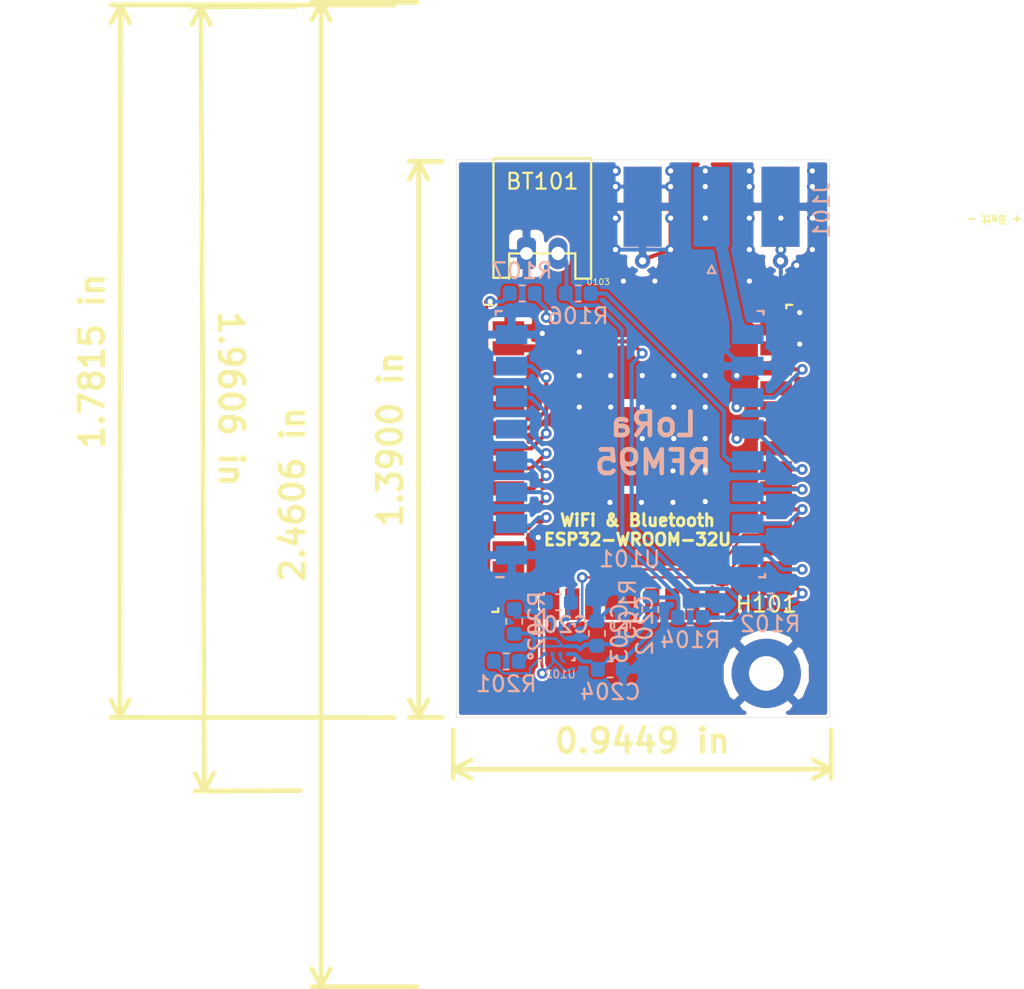
<source format=kicad_pcb>
(kicad_pcb (version 20171130) (host pcbnew "(5.0.2)-1")

  (general
    (thickness 1.6)
    (drawings 14)
    (tracks 332)
    (zones 0)
    (modules 17)
    (nets 45)
  )

  (page A4)
  (title_block
    (title "Cowbell ")
    (date 2019-03-01)
    (rev v02)
    (company "LoRa, WiFi & BLE")
  )

  (layers
    (0 F.Cu signal)
    (31 B.Cu signal)
    (32 B.Adhes user)
    (33 F.Adhes user)
    (34 B.Paste user)
    (35 F.Paste user)
    (36 B.SilkS user)
    (37 F.SilkS user)
    (38 B.Mask user)
    (39 F.Mask user)
    (40 Dwgs.User user)
    (41 Cmts.User user)
    (42 Eco1.User user)
    (43 Eco2.User user)
    (44 Edge.Cuts user)
    (45 Margin user)
    (46 B.CrtYd user)
    (47 F.CrtYd user)
    (48 B.Fab user hide)
    (49 F.Fab user)
  )

  (setup
    (last_trace_width 0.1524)
    (user_trace_width 0.1524)
    (user_trace_width 0.254)
    (user_trace_width 0.508)
    (user_trace_width 0.75)
    (trace_clearance 0.1524)
    (zone_clearance 0.15)
    (zone_45_only no)
    (trace_min 0.1524)
    (segment_width 0.2)
    (edge_width 0.1)
    (via_size 0.6858)
    (via_drill 0.3302)
    (via_min_size 0.508)
    (via_min_drill 0.305)
    (uvia_size 0.6858)
    (uvia_drill 0.3302)
    (uvias_allowed no)
    (uvia_min_size 0.254)
    (uvia_min_drill 0.1)
    (pcb_text_width 0.3)
    (pcb_text_size 1.5 1.5)
    (mod_edge_width 0.15)
    (mod_text_size 1 1)
    (mod_text_width 0.15)
    (pad_size 1.7 1.7)
    (pad_drill 1)
    (pad_to_mask_clearance 0)
    (solder_mask_min_width 0.25)
    (aux_axis_origin 0 0)
    (visible_elements 7FFFFFFF)
    (pcbplotparams
      (layerselection 0x010fc_ffffffff)
      (usegerberextensions true)
      (usegerberattributes false)
      (usegerberadvancedattributes false)
      (creategerberjobfile false)
      (excludeedgelayer true)
      (linewidth 0.150000)
      (plotframeref false)
      (viasonmask false)
      (mode 1)
      (useauxorigin false)
      (hpglpennumber 1)
      (hpglpenspeed 20)
      (hpglpendiameter 15.000000)
      (psnegative false)
      (psa4output false)
      (plotreference true)
      (plotvalue true)
      (plotinvisibletext false)
      (padsonsilk false)
      (subtractmaskfromsilk false)
      (outputformat 1)
      (mirror false)
      (drillshape 0)
      (scaleselection 1)
      (outputdirectory ""))
  )

  (net 0 "")
  (net 1 GND)
  (net 2 +3V3)
  (net 3 SCL)
  (net 4 SDA)
  (net 5 "Net-(U103-Pad32)")
  (net 6 "Net-(U103-Pad22)")
  (net 7 "Net-(U103-Pad21)")
  (net 8 "Net-(U103-Pad20)")
  (net 9 "Net-(U103-Pad19)")
  (net 10 "Net-(U103-Pad18)")
  (net 11 "Net-(U103-Pad17)")
  (net 12 "Net-(U103-Pad14)")
  (net 13 "Net-(U103-Pad5)")
  (net 14 "Net-(U103-Pad4)")
  (net 15 Tx1)
  (net 16 Rx1)
  (net 17 "Net-(J101-Pad1)")
  (net 18 "Net-(C201-Pad1)")
  (net 19 Int_MAG)
  (net 20 DRDY_MAG)
  (net 21 Int_XL)
  (net 22 "Net-(C202-Pad1)")
  (net 23 /VCC102)
  (net 24 /VCC103)
  (net 25 "Net-(R107-Pad2)")
  (net 26 "Net-(U101-Pad6)")
  (net 27 "Net-(U101-Pad5)")
  (net 28 "Net-(U101-Pad4)")
  (net 29 "Net-(U101-Pad3)")
  (net 30 "Net-(U101-Pad2)")
  (net 31 "Net-(R102-Pad2)")
  (net 32 "Net-(U103-Pad35)")
  (net 33 "Net-(U103-Pad34)")
  (net 34 /DIO2)
  (net 35 /DIO1)
  (net 36 /DIO0)
  (net 37 /DIO4)
  (net 38 /DIO3)
  (net 39 /DIO5)
  (net 40 "Net-(U103-Pad23)")
  (net 41 "Net-(U103-Pad16)")
  (net 42 "Net-(U103-Pad24)")
  (net 43 "Net-(U103-Pad37)")
  (net 44 "Net-(U103-Pad33)")

  (net_class Default "This is the default net class."
    (clearance 0.1524)
    (trace_width 0.1524)
    (via_dia 0.6858)
    (via_drill 0.3302)
    (uvia_dia 0.6858)
    (uvia_drill 0.3302)
    (diff_pair_gap 0.1524)
    (diff_pair_width 0.1524)
    (add_net +3V3)
    (add_net /DIO0)
    (add_net /DIO1)
    (add_net /DIO2)
    (add_net /DIO3)
    (add_net /DIO4)
    (add_net /DIO5)
    (add_net /VCC102)
    (add_net /VCC103)
    (add_net DRDY_MAG)
    (add_net GND)
    (add_net Int_MAG)
    (add_net Int_XL)
    (add_net "Net-(C201-Pad1)")
    (add_net "Net-(C202-Pad1)")
    (add_net "Net-(J101-Pad1)")
    (add_net "Net-(R102-Pad2)")
    (add_net "Net-(R107-Pad2)")
    (add_net "Net-(U101-Pad2)")
    (add_net "Net-(U101-Pad3)")
    (add_net "Net-(U101-Pad4)")
    (add_net "Net-(U101-Pad5)")
    (add_net "Net-(U101-Pad6)")
    (add_net "Net-(U103-Pad14)")
    (add_net "Net-(U103-Pad16)")
    (add_net "Net-(U103-Pad17)")
    (add_net "Net-(U103-Pad18)")
    (add_net "Net-(U103-Pad19)")
    (add_net "Net-(U103-Pad20)")
    (add_net "Net-(U103-Pad21)")
    (add_net "Net-(U103-Pad22)")
    (add_net "Net-(U103-Pad23)")
    (add_net "Net-(U103-Pad24)")
    (add_net "Net-(U103-Pad32)")
    (add_net "Net-(U103-Pad33)")
    (add_net "Net-(U103-Pad34)")
    (add_net "Net-(U103-Pad35)")
    (add_net "Net-(U103-Pad37)")
    (add_net "Net-(U103-Pad4)")
    (add_net "Net-(U103-Pad5)")
    (add_net Rx1)
    (add_net SCL)
    (add_net SDA)
    (add_net Tx1)
  )

  (module Connector_Coaxial:SMA_Molex_73251-1153_EdgeMount_Horizontal (layer B.Cu) (tedit 5A1B666F) (tstamp 5CA97CFC)
    (at 131.4 30 270)
    (descr "Molex SMA RF Connectors, Edge Mount, (http://www.molex.com/pdm_docs/sd/732511150_sd.pdf)")
    (tags "sma edge")
    (path /5C7C7533)
    (attr smd)
    (fp_text reference J101 (at -1.5 -7 270) (layer B.SilkS)
      (effects (font (size 1 1) (thickness 0.15)) (justify mirror))
    )
    (fp_text value Conn_Coaxial (at -1.72 7.11 270) (layer B.Fab)
      (effects (font (size 1 1) (thickness 0.15)) (justify mirror))
    )
    (fp_text user %R (at -1.5 -7 270) (layer B.Fab)
      (effects (font (size 1 1) (thickness 0.15)) (justify mirror))
    )
    (fp_line (start 2.5 -0.25) (end 2.5 0.25) (layer B.Fab) (width 0.1))
    (fp_line (start 2 0) (end 2.5 -0.25) (layer B.Fab) (width 0.1))
    (fp_line (start 2.5 0.25) (end 2 0) (layer B.Fab) (width 0.1))
    (fp_line (start 2.5 -0.25) (end 2 0) (layer B.SilkS) (width 0.12))
    (fp_line (start 2.5 0.25) (end 2.5 -0.25) (layer B.SilkS) (width 0.12))
    (fp_line (start 2 0) (end 2.5 0.25) (layer B.SilkS) (width 0.12))
    (fp_line (start -4.76 0.38) (end 0.49 0.38) (layer B.Fab) (width 0.1))
    (fp_line (start -4.76 -0.38) (end 0.49 -0.38) (layer B.Fab) (width 0.1))
    (fp_line (start 0.49 0.38) (end 0.49 -0.38) (layer B.Fab) (width 0.1))
    (fp_line (start 0.49 -3.75) (end 0.49 -4.76) (layer B.Fab) (width 0.1))
    (fp_line (start 0.49 4.76) (end 0.49 3.75) (layer B.Fab) (width 0.1))
    (fp_line (start -14.29 6.09) (end -14.29 -6.09) (layer B.CrtYd) (width 0.05))
    (fp_line (start -14.29 -6.09) (end 2.71 -6.09) (layer B.CrtYd) (width 0.05))
    (fp_line (start 2.71 6.09) (end 2.71 -6.09) (layer F.CrtYd) (width 0.05))
    (fp_line (start -14.29 6.09) (end 2.71 6.09) (layer F.CrtYd) (width 0.05))
    (fp_line (start -14.29 6.09) (end -14.29 -6.09) (layer F.CrtYd) (width 0.05))
    (fp_line (start -14.29 -6.09) (end 2.71 -6.09) (layer F.CrtYd) (width 0.05))
    (fp_line (start 2.71 6.09) (end 2.71 -6.09) (layer B.CrtYd) (width 0.05))
    (fp_line (start 2.71 6.09) (end -14.29 6.09) (layer B.CrtYd) (width 0.05))
    (fp_line (start -4.76 3.75) (end 0.49 3.75) (layer B.Fab) (width 0.1))
    (fp_line (start -4.76 -3.75) (end 0.49 -3.75) (layer B.Fab) (width 0.1))
    (fp_line (start -13.79 2.65) (end -5.91 2.65) (layer B.Fab) (width 0.1))
    (fp_line (start -13.79 2.65) (end -13.79 -2.65) (layer B.Fab) (width 0.1))
    (fp_line (start -13.79 -2.65) (end -5.91 -2.65) (layer B.Fab) (width 0.1))
    (fp_line (start -4.76 3.75) (end -4.76 -3.75) (layer B.Fab) (width 0.1))
    (fp_line (start 0.49 4.76) (end -5.91 4.76) (layer B.Fab) (width 0.1))
    (fp_line (start -5.91 4.76) (end -5.91 -4.76) (layer B.Fab) (width 0.1))
    (fp_line (start -5.91 -4.76) (end 0.49 -4.76) (layer B.Fab) (width 0.1))
    (pad 1 smd rect (at -1.72 0 270) (size 5.08 2.29) (layers B.Cu B.Paste B.Mask)
      (net 17 "Net-(J101-Pad1)"))
    (pad 2 smd rect (at -1.72 4.38 270) (size 5.08 2.42) (layers B.Cu B.Paste B.Mask)
      (net 1 GND))
    (pad 2 smd rect (at -1.72 -4.38 270) (size 5.08 2.42) (layers B.Cu B.Paste B.Mask)
      (net 1 GND))
    (pad 2 smd rect (at -1.72 4.38 270) (size 5.08 2.42) (layers F.Cu F.Paste F.Mask)
      (net 1 GND))
    (pad 2 smd rect (at -1.72 -4.38 270) (size 5.08 2.42) (layers F.Cu F.Paste F.Mask)
      (net 1 GND))
    (pad 2 thru_hole circle (at 1.72 4.38 270) (size 0.97 0.97) (drill 0.46) (layers *.Cu)
      (net 1 GND))
    (pad 2 thru_hole circle (at 1.72 -4.38 270) (size 0.97 0.97) (drill 0.46) (layers *.Cu)
      (net 1 GND))
    (pad 2 smd rect (at 1.27 4.38 270) (size 0.95 0.46) (layers B.Cu)
      (net 1 GND))
    (pad 2 smd rect (at 1.27 -4.38 270) (size 0.95 0.46) (layers B.Cu)
      (net 1 GND))
    (pad 2 smd rect (at 1.27 4.38 270) (size 0.95 0.46) (layers F.Cu)
      (net 1 GND))
    (pad 2 smd rect (at 1.27 -4.38 270) (size 0.95 0.46) (layers F.Cu)
      (net 1 GND))
    (model ${KISYS3DMOD}/Connector_Coaxial.3dshapes/SMA_Molex_73251-1153_EdgeMount_Horizontal.wrl
      (at (xyz 0 0 0))
      (scale (xyz 1 1 1))
      (rotate (xyz 0 0 0))
    )
  )

  (module Capacitor_SMD:C_0603_1608Metric (layer B.Cu) (tedit 5B301BBE) (tstamp 5CA96A58)
    (at 121.677 53.391)
    (descr "Capacitor SMD 0603 (1608 Metric), square (rectangular) end terminal, IPC_7351 nominal, (Body size source: http://www.tortai-tech.com/upload/download/2011102023233369053.pdf), generated with kicad-footprint-generator")
    (tags capacitor)
    (path /5C816E37)
    (attr smd)
    (fp_text reference C201 (at 0 1.43) (layer B.SilkS)
      (effects (font (size 1 1) (thickness 0.15)) (justify mirror))
    )
    (fp_text value 0.1µF (at 0 -1.43) (layer B.Fab)
      (effects (font (size 1 1) (thickness 0.15)) (justify mirror))
    )
    (fp_text user %R (at 0 0) (layer B.Fab)
      (effects (font (size 0.4 0.4) (thickness 0.06)) (justify mirror))
    )
    (fp_line (start 1.48 -0.73) (end -1.48 -0.73) (layer B.CrtYd) (width 0.05))
    (fp_line (start 1.48 0.73) (end 1.48 -0.73) (layer B.CrtYd) (width 0.05))
    (fp_line (start -1.48 0.73) (end 1.48 0.73) (layer B.CrtYd) (width 0.05))
    (fp_line (start -1.48 -0.73) (end -1.48 0.73) (layer B.CrtYd) (width 0.05))
    (fp_line (start -0.162779 -0.51) (end 0.162779 -0.51) (layer B.SilkS) (width 0.12))
    (fp_line (start -0.162779 0.51) (end 0.162779 0.51) (layer B.SilkS) (width 0.12))
    (fp_line (start 0.8 -0.4) (end -0.8 -0.4) (layer B.Fab) (width 0.1))
    (fp_line (start 0.8 0.4) (end 0.8 -0.4) (layer B.Fab) (width 0.1))
    (fp_line (start -0.8 0.4) (end 0.8 0.4) (layer B.Fab) (width 0.1))
    (fp_line (start -0.8 -0.4) (end -0.8 0.4) (layer B.Fab) (width 0.1))
    (pad 2 smd roundrect (at 0.7875 0) (size 0.875 0.95) (layers B.Cu B.Paste B.Mask) (roundrect_rratio 0.25)
      (net 1 GND))
    (pad 1 smd roundrect (at -0.7875 0) (size 0.875 0.95) (layers B.Cu B.Paste B.Mask) (roundrect_rratio 0.25)
      (net 18 "Net-(C201-Pad1)"))
    (model ${KISYS3DMOD}/Capacitor_SMD.3dshapes/C_0603_1608Metric.wrl
      (at (xyz 0 0 0))
      (scale (xyz 1 1 1))
      (rotate (xyz 0 0 0))
    )
  )

  (module Capacitor_SMD:C_0603_1608Metric (layer B.Cu) (tedit 5B301BBE) (tstamp 5CA96A48)
    (at 124.123 55.372 90)
    (descr "Capacitor SMD 0603 (1608 Metric), square (rectangular) end terminal, IPC_7351 nominal, (Body size source: http://www.tortai-tech.com/upload/download/2011102023233369053.pdf), generated with kicad-footprint-generator")
    (tags capacitor)
    (path /5C816DE7)
    (attr smd)
    (fp_text reference C203 (at 0 1.43 90) (layer B.SilkS)
      (effects (font (size 1 1) (thickness 0.15)) (justify mirror))
    )
    (fp_text value 0.1µF (at 0 -1.43 90) (layer B.Fab)
      (effects (font (size 1 1) (thickness 0.15)) (justify mirror))
    )
    (fp_text user %R (at 0 0 90) (layer B.Fab)
      (effects (font (size 0.4 0.4) (thickness 0.06)) (justify mirror))
    )
    (fp_line (start 1.48 -0.73) (end -1.48 -0.73) (layer B.CrtYd) (width 0.05))
    (fp_line (start 1.48 0.73) (end 1.48 -0.73) (layer B.CrtYd) (width 0.05))
    (fp_line (start -1.48 0.73) (end 1.48 0.73) (layer B.CrtYd) (width 0.05))
    (fp_line (start -1.48 -0.73) (end -1.48 0.73) (layer B.CrtYd) (width 0.05))
    (fp_line (start -0.162779 -0.51) (end 0.162779 -0.51) (layer B.SilkS) (width 0.12))
    (fp_line (start -0.162779 0.51) (end 0.162779 0.51) (layer B.SilkS) (width 0.12))
    (fp_line (start 0.8 -0.4) (end -0.8 -0.4) (layer B.Fab) (width 0.1))
    (fp_line (start 0.8 0.4) (end 0.8 -0.4) (layer B.Fab) (width 0.1))
    (fp_line (start -0.8 0.4) (end 0.8 0.4) (layer B.Fab) (width 0.1))
    (fp_line (start -0.8 -0.4) (end -0.8 0.4) (layer B.Fab) (width 0.1))
    (pad 2 smd roundrect (at 0.7875 0 90) (size 0.875 0.95) (layers B.Cu B.Paste B.Mask) (roundrect_rratio 0.25)
      (net 1 GND))
    (pad 1 smd roundrect (at -0.7875 0 90) (size 0.875 0.95) (layers B.Cu B.Paste B.Mask) (roundrect_rratio 0.25)
      (net 22 "Net-(C202-Pad1)"))
    (model ${KISYS3DMOD}/Capacitor_SMD.3dshapes/C_0603_1608Metric.wrl
      (at (xyz 0 0 0))
      (scale (xyz 1 1 1))
      (rotate (xyz 0 0 0))
    )
  )

  (module Capacitor_SMD:C_0603_1608Metric (layer B.Cu) (tedit 5B301BBE) (tstamp 5CA96A38)
    (at 124.968 57.658)
    (descr "Capacitor SMD 0603 (1608 Metric), square (rectangular) end terminal, IPC_7351 nominal, (Body size source: http://www.tortai-tech.com/upload/download/2011102023233369053.pdf), generated with kicad-footprint-generator")
    (tags capacitor)
    (path /5C816C98)
    (attr smd)
    (fp_text reference C204 (at 0 1.43) (layer B.SilkS)
      (effects (font (size 1 1) (thickness 0.15)) (justify mirror))
    )
    (fp_text value 0.1µF (at 0 -1.43) (layer B.Fab)
      (effects (font (size 1 1) (thickness 0.15)) (justify mirror))
    )
    (fp_text user %R (at 0 0) (layer B.Fab)
      (effects (font (size 0.4 0.4) (thickness 0.06)) (justify mirror))
    )
    (fp_line (start 1.48 -0.73) (end -1.48 -0.73) (layer B.CrtYd) (width 0.05))
    (fp_line (start 1.48 0.73) (end 1.48 -0.73) (layer B.CrtYd) (width 0.05))
    (fp_line (start -1.48 0.73) (end 1.48 0.73) (layer B.CrtYd) (width 0.05))
    (fp_line (start -1.48 -0.73) (end -1.48 0.73) (layer B.CrtYd) (width 0.05))
    (fp_line (start -0.162779 -0.51) (end 0.162779 -0.51) (layer B.SilkS) (width 0.12))
    (fp_line (start -0.162779 0.51) (end 0.162779 0.51) (layer B.SilkS) (width 0.12))
    (fp_line (start 0.8 -0.4) (end -0.8 -0.4) (layer B.Fab) (width 0.1))
    (fp_line (start 0.8 0.4) (end 0.8 -0.4) (layer B.Fab) (width 0.1))
    (fp_line (start -0.8 0.4) (end 0.8 0.4) (layer B.Fab) (width 0.1))
    (fp_line (start -0.8 -0.4) (end -0.8 0.4) (layer B.Fab) (width 0.1))
    (pad 2 smd roundrect (at 0.7875 0) (size 0.875 0.95) (layers B.Cu B.Paste B.Mask) (roundrect_rratio 0.25)
      (net 1 GND))
    (pad 1 smd roundrect (at -0.7875 0) (size 0.875 0.95) (layers B.Cu B.Paste B.Mask) (roundrect_rratio 0.25)
      (net 22 "Net-(C202-Pad1)"))
    (model ${KISYS3DMOD}/Capacitor_SMD.3dshapes/C_0603_1608Metric.wrl
      (at (xyz 0 0 0))
      (scale (xyz 1 1 1))
      (rotate (xyz 0 0 0))
    )
  )

  (module Capacitor_SMD:C_0603_1608Metric_Pad1.05x0.95mm_HandSolder (layer B.Cu) (tedit 5B301BBE) (tstamp 5CA96A28)
    (at 125.73 54.864 90)
    (descr "Capacitor SMD 0603 (1608 Metric), square (rectangular) end terminal, IPC_7351 nominal with elongated pad for handsoldering. (Body size source: http://www.tortai-tech.com/upload/download/2011102023233369053.pdf), generated with kicad-footprint-generator")
    (tags "capacitor handsolder")
    (path /5C816E8B)
    (attr smd)
    (fp_text reference C202 (at 0 1.43 90) (layer B.SilkS)
      (effects (font (size 1 1) (thickness 0.15)) (justify mirror))
    )
    (fp_text value 10µF (at 0 -1.43 90) (layer B.Fab)
      (effects (font (size 1 1) (thickness 0.15)) (justify mirror))
    )
    (fp_text user %R (at 0 0 90) (layer B.Fab)
      (effects (font (size 0.4 0.4) (thickness 0.06)) (justify mirror))
    )
    (fp_line (start 1.65 -0.73) (end -1.65 -0.73) (layer B.CrtYd) (width 0.05))
    (fp_line (start 1.65 0.73) (end 1.65 -0.73) (layer B.CrtYd) (width 0.05))
    (fp_line (start -1.65 0.73) (end 1.65 0.73) (layer B.CrtYd) (width 0.05))
    (fp_line (start -1.65 -0.73) (end -1.65 0.73) (layer B.CrtYd) (width 0.05))
    (fp_line (start -0.171267 -0.51) (end 0.171267 -0.51) (layer B.SilkS) (width 0.12))
    (fp_line (start -0.171267 0.51) (end 0.171267 0.51) (layer B.SilkS) (width 0.12))
    (fp_line (start 0.8 -0.4) (end -0.8 -0.4) (layer B.Fab) (width 0.1))
    (fp_line (start 0.8 0.4) (end 0.8 -0.4) (layer B.Fab) (width 0.1))
    (fp_line (start -0.8 0.4) (end 0.8 0.4) (layer B.Fab) (width 0.1))
    (fp_line (start -0.8 -0.4) (end -0.8 0.4) (layer B.Fab) (width 0.1))
    (pad 2 smd roundrect (at 0.875 0 90) (size 1.05 0.95) (layers B.Cu B.Paste B.Mask) (roundrect_rratio 0.25)
      (net 1 GND))
    (pad 1 smd roundrect (at -0.875 0 90) (size 1.05 0.95) (layers B.Cu B.Paste B.Mask) (roundrect_rratio 0.25)
      (net 22 "Net-(C202-Pad1)"))
    (model ${KISYS3DMOD}/Capacitor_SMD.3dshapes/C_0603_1608Metric.wrl
      (at (xyz 0 0 0))
      (scale (xyz 1 1 1))
      (rotate (xyz 0 0 0))
    )
  )

  (module Resistor_SMD:R_0603_1608Metric (layer B.Cu) (tedit 5B301BBD) (tstamp 5CA968A6)
    (at 118.364 57.15)
    (descr "Resistor SMD 0603 (1608 Metric), square (rectangular) end terminal, IPC_7351 nominal, (Body size source: http://www.tortai-tech.com/upload/download/2011102023233369053.pdf), generated with kicad-footprint-generator")
    (tags resistor)
    (path /5C83B915)
    (attr smd)
    (fp_text reference R201 (at 0 1.43) (layer B.SilkS)
      (effects (font (size 1 1) (thickness 0.15)) (justify mirror))
    )
    (fp_text value 2k2 (at 0 -1.43) (layer B.Fab)
      (effects (font (size 1 1) (thickness 0.15)) (justify mirror))
    )
    (fp_text user %R (at 0 0) (layer B.Fab)
      (effects (font (size 0.4 0.4) (thickness 0.06)) (justify mirror))
    )
    (fp_line (start 1.48 -0.73) (end -1.48 -0.73) (layer B.CrtYd) (width 0.05))
    (fp_line (start 1.48 0.73) (end 1.48 -0.73) (layer B.CrtYd) (width 0.05))
    (fp_line (start -1.48 0.73) (end 1.48 0.73) (layer B.CrtYd) (width 0.05))
    (fp_line (start -1.48 -0.73) (end -1.48 0.73) (layer B.CrtYd) (width 0.05))
    (fp_line (start -0.162779 -0.51) (end 0.162779 -0.51) (layer B.SilkS) (width 0.12))
    (fp_line (start -0.162779 0.51) (end 0.162779 0.51) (layer B.SilkS) (width 0.12))
    (fp_line (start 0.8 -0.4) (end -0.8 -0.4) (layer B.Fab) (width 0.1))
    (fp_line (start 0.8 0.4) (end 0.8 -0.4) (layer B.Fab) (width 0.1))
    (fp_line (start -0.8 0.4) (end 0.8 0.4) (layer B.Fab) (width 0.1))
    (fp_line (start -0.8 -0.4) (end -0.8 0.4) (layer B.Fab) (width 0.1))
    (pad 2 smd roundrect (at 0.7875 0) (size 0.875 0.95) (layers B.Cu B.Paste B.Mask) (roundrect_rratio 0.25)
      (net 22 "Net-(C202-Pad1)"))
    (pad 1 smd roundrect (at -0.7875 0) (size 0.875 0.95) (layers B.Cu B.Paste B.Mask) (roundrect_rratio 0.25)
      (net 3 SCL))
    (model ${KISYS3DMOD}/Resistor_SMD.3dshapes/R_0603_1608Metric.wrl
      (at (xyz 0 0 0))
      (scale (xyz 1 1 1))
      (rotate (xyz 0 0 0))
    )
  )

  (module Resistor_SMD:R_0603_1608Metric (layer B.Cu) (tedit 5B301BBD) (tstamp 5CA96896)
    (at 118.872 54.61 90)
    (descr "Resistor SMD 0603 (1608 Metric), square (rectangular) end terminal, IPC_7351 nominal, (Body size source: http://www.tortai-tech.com/upload/download/2011102023233369053.pdf), generated with kicad-footprint-generator")
    (tags resistor)
    (path /5C83BBD1)
    (attr smd)
    (fp_text reference R202 (at 0 1.43 90) (layer B.SilkS)
      (effects (font (size 1 1) (thickness 0.15)) (justify mirror))
    )
    (fp_text value 2k2 (at 0 -1.43 90) (layer B.Fab)
      (effects (font (size 1 1) (thickness 0.15)) (justify mirror))
    )
    (fp_text user %R (at 0 0 90) (layer B.Fab)
      (effects (font (size 0.4 0.4) (thickness 0.06)) (justify mirror))
    )
    (fp_line (start 1.48 -0.73) (end -1.48 -0.73) (layer B.CrtYd) (width 0.05))
    (fp_line (start 1.48 0.73) (end 1.48 -0.73) (layer B.CrtYd) (width 0.05))
    (fp_line (start -1.48 0.73) (end 1.48 0.73) (layer B.CrtYd) (width 0.05))
    (fp_line (start -1.48 -0.73) (end -1.48 0.73) (layer B.CrtYd) (width 0.05))
    (fp_line (start -0.162779 -0.51) (end 0.162779 -0.51) (layer B.SilkS) (width 0.12))
    (fp_line (start -0.162779 0.51) (end 0.162779 0.51) (layer B.SilkS) (width 0.12))
    (fp_line (start 0.8 -0.4) (end -0.8 -0.4) (layer B.Fab) (width 0.1))
    (fp_line (start 0.8 0.4) (end 0.8 -0.4) (layer B.Fab) (width 0.1))
    (fp_line (start -0.8 0.4) (end 0.8 0.4) (layer B.Fab) (width 0.1))
    (fp_line (start -0.8 -0.4) (end -0.8 0.4) (layer B.Fab) (width 0.1))
    (pad 2 smd roundrect (at 0.7875 0 90) (size 0.875 0.95) (layers B.Cu B.Paste B.Mask) (roundrect_rratio 0.25)
      (net 4 SDA))
    (pad 1 smd roundrect (at -0.7875 0 90) (size 0.875 0.95) (layers B.Cu B.Paste B.Mask) (roundrect_rratio 0.25)
      (net 22 "Net-(C202-Pad1)"))
    (model ${KISYS3DMOD}/Resistor_SMD.3dshapes/R_0603_1608Metric.wrl
      (at (xyz 0 0 0))
      (scale (xyz 1 1 1))
      (rotate (xyz 0 0 0))
    )
  )

  (module Resistor_SMD:R_0603_1608Metric (layer B.Cu) (tedit 5B301BBD) (tstamp 5CA96886)
    (at 127.508 53.848 270)
    (descr "Resistor SMD 0603 (1608 Metric), square (rectangular) end terminal, IPC_7351 nominal, (Body size source: http://www.tortai-tech.com/upload/download/2011102023233369053.pdf), generated with kicad-footprint-generator")
    (tags resistor)
    (path /5C962B47)
    (attr smd)
    (fp_text reference R105 (at 0 1.43 270) (layer B.SilkS)
      (effects (font (size 1 1) (thickness 0.15)) (justify mirror))
    )
    (fp_text value shunt (at 0 -1.43 270) (layer B.Fab)
      (effects (font (size 1 1) (thickness 0.15)) (justify mirror))
    )
    (fp_text user %R (at 0 0 270) (layer B.Fab)
      (effects (font (size 0.4 0.4) (thickness 0.06)) (justify mirror))
    )
    (fp_line (start 1.48 -0.73) (end -1.48 -0.73) (layer B.CrtYd) (width 0.05))
    (fp_line (start 1.48 0.73) (end 1.48 -0.73) (layer B.CrtYd) (width 0.05))
    (fp_line (start -1.48 0.73) (end 1.48 0.73) (layer B.CrtYd) (width 0.05))
    (fp_line (start -1.48 -0.73) (end -1.48 0.73) (layer B.CrtYd) (width 0.05))
    (fp_line (start -0.162779 -0.51) (end 0.162779 -0.51) (layer B.SilkS) (width 0.12))
    (fp_line (start -0.162779 0.51) (end 0.162779 0.51) (layer B.SilkS) (width 0.12))
    (fp_line (start 0.8 -0.4) (end -0.8 -0.4) (layer B.Fab) (width 0.1))
    (fp_line (start 0.8 0.4) (end 0.8 -0.4) (layer B.Fab) (width 0.1))
    (fp_line (start -0.8 0.4) (end 0.8 0.4) (layer B.Fab) (width 0.1))
    (fp_line (start -0.8 -0.4) (end -0.8 0.4) (layer B.Fab) (width 0.1))
    (pad 2 smd roundrect (at 0.7875 0 270) (size 0.875 0.95) (layers B.Cu B.Paste B.Mask) (roundrect_rratio 0.25)
      (net 22 "Net-(C202-Pad1)"))
    (pad 1 smd roundrect (at -0.7875 0 270) (size 0.875 0.95) (layers B.Cu B.Paste B.Mask) (roundrect_rratio 0.25)
      (net 2 +3V3))
    (model ${KISYS3DMOD}/Resistor_SMD.3dshapes/R_0603_1608Metric.wrl
      (at (xyz 0 0 0))
      (scale (xyz 1 1 1))
      (rotate (xyz 0 0 0))
    )
  )

  (module Resistor_SMD:R_0603_1608Metric (layer B.Cu) (tedit 5B301BBD) (tstamp 5CA96876)
    (at 130.048 54.356)
    (descr "Resistor SMD 0603 (1608 Metric), square (rectangular) end terminal, IPC_7351 nominal, (Body size source: http://www.tortai-tech.com/upload/download/2011102023233369053.pdf), generated with kicad-footprint-generator")
    (tags resistor)
    (path /5C9406E8)
    (attr smd)
    (fp_text reference R104 (at 0 1.43) (layer B.SilkS)
      (effects (font (size 1 1) (thickness 0.15)) (justify mirror))
    )
    (fp_text value shunt (at 0 -1.43) (layer B.Fab)
      (effects (font (size 1 1) (thickness 0.15)) (justify mirror))
    )
    (fp_text user %R (at 0 0) (layer B.Fab)
      (effects (font (size 0.4 0.4) (thickness 0.06)) (justify mirror))
    )
    (fp_line (start 1.48 -0.73) (end -1.48 -0.73) (layer B.CrtYd) (width 0.05))
    (fp_line (start 1.48 0.73) (end 1.48 -0.73) (layer B.CrtYd) (width 0.05))
    (fp_line (start -1.48 0.73) (end 1.48 0.73) (layer B.CrtYd) (width 0.05))
    (fp_line (start -1.48 -0.73) (end -1.48 0.73) (layer B.CrtYd) (width 0.05))
    (fp_line (start -0.162779 -0.51) (end 0.162779 -0.51) (layer B.SilkS) (width 0.12))
    (fp_line (start -0.162779 0.51) (end 0.162779 0.51) (layer B.SilkS) (width 0.12))
    (fp_line (start 0.8 -0.4) (end -0.8 -0.4) (layer B.Fab) (width 0.1))
    (fp_line (start 0.8 0.4) (end 0.8 -0.4) (layer B.Fab) (width 0.1))
    (fp_line (start -0.8 0.4) (end 0.8 0.4) (layer B.Fab) (width 0.1))
    (fp_line (start -0.8 -0.4) (end -0.8 0.4) (layer B.Fab) (width 0.1))
    (pad 2 smd roundrect (at 0.7875 0) (size 0.875 0.95) (layers B.Cu B.Paste B.Mask) (roundrect_rratio 0.25)
      (net 24 /VCC103))
    (pad 1 smd roundrect (at -0.7875 0) (size 0.875 0.95) (layers B.Cu B.Paste B.Mask) (roundrect_rratio 0.25)
      (net 2 +3V3))
    (model ${KISYS3DMOD}/Resistor_SMD.3dshapes/R_0603_1608Metric.wrl
      (at (xyz 0 0 0))
      (scale (xyz 1 1 1))
      (rotate (xyz 0 0 0))
    )
  )

  (module Resistor_SMD:R_0603_1608Metric (layer B.Cu) (tedit 5B301BBD) (tstamp 5CA96866)
    (at 135.128 53.34)
    (descr "Resistor SMD 0603 (1608 Metric), square (rectangular) end terminal, IPC_7351 nominal, (Body size source: http://www.tortai-tech.com/upload/download/2011102023233369053.pdf), generated with kicad-footprint-generator")
    (tags resistor)
    (path /5C906889)
    (attr smd)
    (fp_text reference R102 (at 0 1.43) (layer B.SilkS)
      (effects (font (size 1 1) (thickness 0.15)) (justify mirror))
    )
    (fp_text value 2k2 (at 0 -1.43) (layer B.Fab)
      (effects (font (size 1 1) (thickness 0.15)) (justify mirror))
    )
    (fp_text user %R (at 0 0) (layer B.Fab)
      (effects (font (size 0.4 0.4) (thickness 0.06)) (justify mirror))
    )
    (fp_line (start 1.48 -0.73) (end -1.48 -0.73) (layer B.CrtYd) (width 0.05))
    (fp_line (start 1.48 0.73) (end 1.48 -0.73) (layer B.CrtYd) (width 0.05))
    (fp_line (start -1.48 0.73) (end 1.48 0.73) (layer B.CrtYd) (width 0.05))
    (fp_line (start -1.48 -0.73) (end -1.48 0.73) (layer B.CrtYd) (width 0.05))
    (fp_line (start -0.162779 -0.51) (end 0.162779 -0.51) (layer B.SilkS) (width 0.12))
    (fp_line (start -0.162779 0.51) (end 0.162779 0.51) (layer B.SilkS) (width 0.12))
    (fp_line (start 0.8 -0.4) (end -0.8 -0.4) (layer B.Fab) (width 0.1))
    (fp_line (start 0.8 0.4) (end 0.8 -0.4) (layer B.Fab) (width 0.1))
    (fp_line (start -0.8 0.4) (end 0.8 0.4) (layer B.Fab) (width 0.1))
    (fp_line (start -0.8 -0.4) (end -0.8 0.4) (layer B.Fab) (width 0.1))
    (pad 2 smd roundrect (at 0.7875 0) (size 0.875 0.95) (layers B.Cu B.Paste B.Mask) (roundrect_rratio 0.25)
      (net 31 "Net-(R102-Pad2)"))
    (pad 1 smd roundrect (at -0.7875 0) (size 0.875 0.95) (layers B.Cu B.Paste B.Mask) (roundrect_rratio 0.25)
      (net 24 /VCC103))
    (model ${KISYS3DMOD}/Resistor_SMD.3dshapes/R_0603_1608Metric.wrl
      (at (xyz 0 0 0))
      (scale (xyz 1 1 1))
      (rotate (xyz 0 0 0))
    )
  )

  (module Resistor_SMD:R_0603_1608Metric (layer B.Cu) (tedit 5B301BBD) (tstamp 5CA96856)
    (at 122.936 33.782)
    (descr "Resistor SMD 0603 (1608 Metric), square (rectangular) end terminal, IPC_7351 nominal, (Body size source: http://www.tortai-tech.com/upload/download/2011102023233369053.pdf), generated with kicad-footprint-generator")
    (tags resistor)
    (path /5C91DC45)
    (attr smd)
    (fp_text reference R106 (at 0 1.43) (layer B.SilkS)
      (effects (font (size 1 1) (thickness 0.15)) (justify mirror))
    )
    (fp_text value shunt (at 0 -1.43) (layer B.Fab)
      (effects (font (size 1 1) (thickness 0.15)) (justify mirror))
    )
    (fp_text user %R (at 0 0) (layer B.Fab)
      (effects (font (size 0.4 0.4) (thickness 0.06)) (justify mirror))
    )
    (fp_line (start 1.48 -0.73) (end -1.48 -0.73) (layer B.CrtYd) (width 0.05))
    (fp_line (start 1.48 0.73) (end 1.48 -0.73) (layer B.CrtYd) (width 0.05))
    (fp_line (start -1.48 0.73) (end 1.48 0.73) (layer B.CrtYd) (width 0.05))
    (fp_line (start -1.48 -0.73) (end -1.48 0.73) (layer B.CrtYd) (width 0.05))
    (fp_line (start -0.162779 -0.51) (end 0.162779 -0.51) (layer B.SilkS) (width 0.12))
    (fp_line (start -0.162779 0.51) (end 0.162779 0.51) (layer B.SilkS) (width 0.12))
    (fp_line (start 0.8 -0.4) (end -0.8 -0.4) (layer B.Fab) (width 0.1))
    (fp_line (start 0.8 0.4) (end 0.8 -0.4) (layer B.Fab) (width 0.1))
    (fp_line (start -0.8 0.4) (end 0.8 0.4) (layer B.Fab) (width 0.1))
    (fp_line (start -0.8 -0.4) (end -0.8 0.4) (layer B.Fab) (width 0.1))
    (pad 2 smd roundrect (at 0.7875 0) (size 0.875 0.95) (layers B.Cu B.Paste B.Mask) (roundrect_rratio 0.25)
      (net 23 /VCC102))
    (pad 1 smd roundrect (at -0.7875 0) (size 0.875 0.95) (layers B.Cu B.Paste B.Mask) (roundrect_rratio 0.25)
      (net 2 +3V3))
    (model ${KISYS3DMOD}/Resistor_SMD.3dshapes/R_0603_1608Metric.wrl
      (at (xyz 0 0 0))
      (scale (xyz 1 1 1))
      (rotate (xyz 0 0 0))
    )
  )

  (module Resistor_SMD:R_0603_1608Metric (layer B.Cu) (tedit 5B301BBD) (tstamp 5CA96846)
    (at 119.38 33.782 180)
    (descr "Resistor SMD 0603 (1608 Metric), square (rectangular) end terminal, IPC_7351 nominal, (Body size source: http://www.tortai-tech.com/upload/download/2011102023233369053.pdf), generated with kicad-footprint-generator")
    (tags resistor)
    (path /5C9B7F04)
    (attr smd)
    (fp_text reference R107 (at 0 1.43 180) (layer B.SilkS)
      (effects (font (size 1 1) (thickness 0.15)) (justify mirror))
    )
    (fp_text value 2k2 (at 0 -1.43 180) (layer B.Fab)
      (effects (font (size 1 1) (thickness 0.15)) (justify mirror))
    )
    (fp_text user %R (at 0 0 180) (layer B.Fab)
      (effects (font (size 0.4 0.4) (thickness 0.06)) (justify mirror))
    )
    (fp_line (start 1.48 -0.73) (end -1.48 -0.73) (layer B.CrtYd) (width 0.05))
    (fp_line (start 1.48 0.73) (end 1.48 -0.73) (layer B.CrtYd) (width 0.05))
    (fp_line (start -1.48 0.73) (end 1.48 0.73) (layer B.CrtYd) (width 0.05))
    (fp_line (start -1.48 -0.73) (end -1.48 0.73) (layer B.CrtYd) (width 0.05))
    (fp_line (start -0.162779 -0.51) (end 0.162779 -0.51) (layer B.SilkS) (width 0.12))
    (fp_line (start -0.162779 0.51) (end 0.162779 0.51) (layer B.SilkS) (width 0.12))
    (fp_line (start 0.8 -0.4) (end -0.8 -0.4) (layer B.Fab) (width 0.1))
    (fp_line (start 0.8 0.4) (end 0.8 -0.4) (layer B.Fab) (width 0.1))
    (fp_line (start -0.8 0.4) (end 0.8 0.4) (layer B.Fab) (width 0.1))
    (fp_line (start -0.8 -0.4) (end -0.8 0.4) (layer B.Fab) (width 0.1))
    (pad 2 smd roundrect (at 0.7875 0 180) (size 0.875 0.95) (layers B.Cu B.Paste B.Mask) (roundrect_rratio 0.25)
      (net 25 "Net-(R107-Pad2)"))
    (pad 1 smd roundrect (at -0.7875 0 180) (size 0.875 0.95) (layers B.Cu B.Paste B.Mask) (roundrect_rratio 0.25)
      (net 24 /VCC103))
    (model ${KISYS3DMOD}/Resistor_SMD.3dshapes/R_0603_1608Metric.wrl
      (at (xyz 0 0 0))
      (scale (xyz 1 1 1))
      (rotate (xyz 0 0 0))
    )
  )

  (module Emborg:SP32-WROOM-32U (layer F.Cu) (tedit 5C79B430) (tstamp 5C801A37)
    (at 127 44.255)
    (path /5C7AFF0D)
    (attr smd)
    (fp_text reference U103 (at -2.8 -11.205) (layer F.SilkS)
      (effects (font (size 0.381 0.381) (thickness 0.0508)))
    )
    (fp_text value ESP32-WROOM-32 (at 0 11.6) (layer F.Fab)
      (effects (font (size 1 1) (thickness 0.15)))
    )
    (fp_line (start -8 -9.6) (end -9 -8.6) (layer F.Fab) (width 0.15))
    (fp_line (start -9 -8.6) (end -9 9.6) (layer F.Fab) (width 0.15))
    (fp_line (start -9 9.6) (end 9 9.6) (layer F.Fab) (width 0.15))
    (fp_line (start 9 9.6) (end 9 -9.6) (layer F.Fab) (width 0.15))
    (fp_line (start 9 -9.6) (end -8 -9.6) (layer F.Fab) (width 0.15))
    (fp_line (start 9.525 -9.75) (end 9.15 -9.75) (layer F.SilkS) (width 0.15))
    (fp_line (start 9.15 -9.75) (end 9.15 -9.525) (layer F.SilkS) (width 0.15))
    (fp_line (start 9.525 9.75) (end 9.15 9.75) (layer F.SilkS) (width 0.15))
    (fp_line (start 9.15 9.75) (end 9.15 9.525) (layer F.SilkS) (width 0.15))
    (fp_line (start -9.525 9.75) (end -9.15 9.75) (layer F.SilkS) (width 0.15))
    (fp_line (start -9.15 9.75) (end -9.15 9.525) (layer F.SilkS) (width 0.15))
    (fp_line (start -9.525 -9.75) (end -10 -9.75) (layer F.SilkS) (width 0.15))
    (fp_line (start -10.25 -10.85) (end 10.25 -10.85) (layer F.CrtYd) (width 0.05))
    (fp_line (start 10.25 -10.85) (end 10.25 10.85) (layer F.CrtYd) (width 0.05))
    (fp_line (start 10.25 10.85) (end -10.25 10.85) (layer F.CrtYd) (width 0.05))
    (fp_line (start -10.25 10.85) (end -10.25 -10.85) (layer F.CrtYd) (width 0.05))
    (pad 1 smd rect (at -8.5 -8.255 90) (size 0.9 2) (layers F.Cu F.Paste F.Mask)
      (net 1 GND))
    (pad 2 smd rect (at -8.5 -6.985 90) (size 0.9 2) (layers F.Cu F.Paste F.Mask)
      (net 24 /VCC103))
    (pad 3 smd rect (at -8.5 -5.715 90) (size 0.9 2) (layers F.Cu F.Paste F.Mask)
      (net 25 "Net-(R107-Pad2)"))
    (pad 4 smd rect (at -8.5 -4.445 90) (size 0.9 2) (layers F.Cu F.Paste F.Mask)
      (net 14 "Net-(U103-Pad4)"))
    (pad 5 smd rect (at -8.5 -3.175 90) (size 0.9 2) (layers F.Cu F.Paste F.Mask)
      (net 13 "Net-(U103-Pad5)"))
    (pad 6 smd rect (at -8.5 -1.905 90) (size 0.9 2) (layers F.Cu F.Paste F.Mask)
      (net 39 /DIO5))
    (pad 7 smd rect (at -8.5 -0.635 90) (size 0.9 2) (layers F.Cu F.Paste F.Mask)
      (net 26 "Net-(U101-Pad6)"))
    (pad 8 smd rect (at -8.5 0.635 90) (size 0.9 2) (layers F.Cu F.Paste F.Mask)
      (net 27 "Net-(U101-Pad5)"))
    (pad 9 smd rect (at -8.5 1.905 90) (size 0.9 2) (layers F.Cu F.Paste F.Mask)
      (net 28 "Net-(U101-Pad4)"))
    (pad 10 smd rect (at -8.5 3.175 90) (size 0.9 2) (layers F.Cu F.Paste F.Mask)
      (net 29 "Net-(U101-Pad3)"))
    (pad 11 smd rect (at -8.5 4.445 90) (size 0.9 2) (layers F.Cu F.Paste F.Mask)
      (net 30 "Net-(U101-Pad2)"))
    (pad 12 smd rect (at -8.5 5.715 90) (size 0.9 2) (layers F.Cu F.Paste F.Mask)
      (net 16 Rx1))
    (pad 13 smd rect (at -8.5 6.985 90) (size 0.9 2) (layers F.Cu F.Paste F.Mask)
      (net 15 Tx1))
    (pad 14 smd rect (at -8.5 8.255 90) (size 0.9 2) (layers F.Cu F.Paste F.Mask)
      (net 12 "Net-(U103-Pad14)"))
    (pad 15 smd rect (at -5.715 9.255) (size 0.9 2) (layers F.Cu F.Paste F.Mask)
      (net 1 GND))
    (pad 16 smd rect (at -4.445 9.255) (size 0.9 2) (layers F.Cu F.Paste F.Mask)
      (net 41 "Net-(U103-Pad16)"))
    (pad 17 smd rect (at -3.175 9.255) (size 0.9 2) (layers F.Cu F.Paste F.Mask)
      (net 11 "Net-(U103-Pad17)"))
    (pad 18 smd rect (at -1.905 9.255) (size 0.9 2) (layers F.Cu F.Paste F.Mask)
      (net 10 "Net-(U103-Pad18)"))
    (pad 19 smd rect (at -0.635 9.255) (size 0.9 2) (layers F.Cu F.Paste F.Mask)
      (net 9 "Net-(U103-Pad19)"))
    (pad 20 smd rect (at 0.635 9.255) (size 0.9 2) (layers F.Cu F.Paste F.Mask)
      (net 8 "Net-(U103-Pad20)"))
    (pad 21 smd rect (at 1.905 9.255) (size 0.9 2) (layers F.Cu F.Paste F.Mask)
      (net 7 "Net-(U103-Pad21)"))
    (pad 22 smd rect (at 3.175 9.255) (size 0.9 2) (layers F.Cu F.Paste F.Mask)
      (net 6 "Net-(U103-Pad22)"))
    (pad 23 smd rect (at 4.445 9.255) (size 0.9 2) (layers F.Cu F.Paste F.Mask)
      (net 40 "Net-(U103-Pad23)"))
    (pad 24 smd rect (at 5.715 9.255) (size 0.9 2) (layers F.Cu F.Paste F.Mask)
      (net 42 "Net-(U103-Pad24)"))
    (pad 25 smd rect (at 8.5 8.255 90) (size 0.9 2) (layers F.Cu F.Paste F.Mask)
      (net 31 "Net-(R102-Pad2)"))
    (pad 26 smd rect (at 8.5 6.985 90) (size 0.9 2) (layers F.Cu F.Paste F.Mask)
      (net 34 /DIO2))
    (pad 27 smd rect (at 8.5 5.715 90) (size 0.9 2) (layers F.Cu F.Paste F.Mask)
      (net 19 Int_MAG))
    (pad 28 smd rect (at 8.5 4.445 90) (size 0.9 2) (layers F.Cu F.Paste F.Mask)
      (net 21 Int_XL))
    (pad 29 smd rect (at 8.5 3.175 90) (size 0.9 2) (layers F.Cu F.Paste F.Mask)
      (net 35 /DIO1))
    (pad 30 smd rect (at 8.5 1.905 90) (size 0.9 2) (layers F.Cu F.Paste F.Mask)
      (net 36 /DIO0))
    (pad 31 smd rect (at 8.5 0.635 90) (size 0.9 2) (layers F.Cu F.Paste F.Mask)
      (net 37 /DIO4))
    (pad 32 smd rect (at 8.5 -0.635 90) (size 0.9 2) (layers F.Cu F.Paste F.Mask)
      (net 5 "Net-(U103-Pad32)"))
    (pad 33 smd rect (at 8.5 -1.905 90) (size 0.9 2) (layers F.Cu F.Paste F.Mask)
      (net 44 "Net-(U103-Pad33)"))
    (pad 34 smd rect (at 8.5 -3.175 90) (size 0.9 2) (layers F.Cu F.Paste F.Mask)
      (net 33 "Net-(U103-Pad34)"))
    (pad 35 smd rect (at 8.5 -4.445 90) (size 0.9 2) (layers F.Cu F.Paste F.Mask)
      (net 32 "Net-(U103-Pad35)"))
    (pad 36 smd rect (at 8.5 -5.715 90) (size 0.9 2) (layers F.Cu F.Paste F.Mask)
      (net 38 /DIO3))
    (pad 37 smd rect (at 8.5 -6.985 90) (size 0.9 2) (layers F.Cu F.Paste F.Mask)
      (net 43 "Net-(U103-Pad37)"))
    (pad 38 smd rect (at 8.5 -8.255 90) (size 0.9 2) (layers F.Cu F.Paste F.Mask)
      (net 1 GND))
    (pad 39 smd rect (at -1.5 -0.755) (size 5 5) (layers F.Cu F.Paste F.Mask)
      (net 1 GND) (solder_paste_margin -0.1))
  )

  (module Emborg:RFM95 (layer B.Cu) (tedit 5C90B727) (tstamp 5C9341FD)
    (at 126.2 43.4)
    (path /5C910B5C)
    (attr smd)
    (fp_text reference U101 (at 0 7.25) (layer B.SilkS)
      (effects (font (size 1 1) (thickness 0.15)) (justify mirror))
    )
    (fp_text value RFM9x (at 0 -6.75) (layer B.Fab)
      (effects (font (size 1 1) (thickness 0.15)) (justify mirror))
    )
    (fp_line (start -8 7.5) (end -7.5 8) (layer B.Fab) (width 0.15))
    (fp_line (start -8 7.5) (end -8 -8) (layer B.Fab) (width 0.15))
    (fp_line (start -8 -8) (end 8 -8) (layer B.Fab) (width 0.15))
    (fp_line (start 8 -8) (end 8 8) (layer B.Fab) (width 0.15))
    (fp_line (start 8 8) (end -7.5 8) (layer B.Fab) (width 0.15))
    (fp_line (start 8.225 8.4) (end 8.6 8.4) (layer B.SilkS) (width 0.15))
    (fp_line (start 8.6 8.425) (end 8.6 8.2) (layer B.SilkS) (width 0.15))
    (fp_line (start 8.5 -8.5) (end 8.125 -8.5) (layer B.SilkS) (width 0.15))
    (fp_line (start 8.5 -8.5) (end 8.5 -8.275) (layer B.SilkS) (width 0.15))
    (fp_line (start -8.125 -8.5) (end -8.5 -8.5) (layer B.SilkS) (width 0.15))
    (fp_line (start -8.5 -8.475) (end -8.5 -8.25) (layer B.SilkS) (width 0.15))
    (fp_line (start -8 8.4) (end -8.475 8.4) (layer B.SilkS) (width 0.15))
    (fp_line (start -8.75 8.75) (end 8.75 8.75) (layer B.CrtYd) (width 0.05))
    (fp_line (start 8.75 8.75) (end 8.75 -8.75) (layer B.CrtYd) (width 0.05))
    (fp_line (start 8.75 -8.75) (end -8.75 -8.75) (layer B.CrtYd) (width 0.05))
    (fp_line (start -8.75 -8.75) (end -8.75 8.75) (layer B.CrtYd) (width 0.05))
    (pad 1 smd rect (at -7.5 7 270) (size 1.2 2) (layers B.Cu B.Paste B.Mask)
      (net 1 GND))
    (pad 2 smd rect (at -7.5 5 270) (size 1.2 2) (layers B.Cu B.Paste B.Mask)
      (net 30 "Net-(U101-Pad2)"))
    (pad 3 smd rect (at -7.5 3 270) (size 1.2 2) (layers B.Cu B.Paste B.Mask)
      (net 29 "Net-(U101-Pad3)"))
    (pad 4 smd rect (at -7.5 1 270) (size 1.2 2) (layers B.Cu B.Paste B.Mask)
      (net 28 "Net-(U101-Pad4)"))
    (pad 5 smd rect (at -7.5 -1 270) (size 1.2 2) (layers B.Cu B.Paste B.Mask)
      (net 27 "Net-(U101-Pad5)"))
    (pad 6 smd rect (at -7.5 -3 270) (size 1.2 2) (layers B.Cu B.Paste B.Mask)
      (net 26 "Net-(U101-Pad6)"))
    (pad 7 smd rect (at -7.5 -5 270) (size 1.2 2) (layers B.Cu B.Paste B.Mask)
      (net 39 /DIO5))
    (pad 8 smd rect (at -7.5 -7 270) (size 1.2 2) (layers B.Cu B.Paste B.Mask)
      (net 1 GND))
    (pad 9 smd rect (at 7.5 -7 270) (size 1.2 2) (layers B.Cu B.Paste B.Mask)
      (net 17 "Net-(J101-Pad1)"))
    (pad 10 smd rect (at 7.5 -5 270) (size 1.2 2) (layers B.Cu B.Paste B.Mask)
      (net 1 GND))
    (pad 11 smd rect (at 7.5 -3 270) (size 1.2 2) (layers B.Cu B.Paste B.Mask)
      (net 38 /DIO3))
    (pad 12 smd rect (at 7.5 -1 270) (size 1.2 2) (layers B.Cu B.Paste B.Mask)
      (net 37 /DIO4))
    (pad 13 smd rect (at 7.5 1 270) (size 1.2 2) (layers B.Cu B.Paste B.Mask)
      (net 23 /VCC102))
    (pad 14 smd rect (at 7.5 3 270) (size 1.2 2) (layers B.Cu B.Paste B.Mask)
      (net 36 /DIO0))
    (pad 15 smd rect (at 7.5 5 270) (size 1.2 2) (layers B.Cu B.Paste B.Mask)
      (net 35 /DIO1))
    (pad 16 smd rect (at 7.5 7 90) (size 1.2 2) (layers B.Cu B.Paste B.Mask)
      (net 34 /DIO2))
  )

  (module Emborg:batt_Connector (layer F.Cu) (tedit 5C8890A8) (tstamp 5C851A88)
    (at 120.65 31.242)
    (tags "Rectangular Connectors - Headers, Male Pins")
    (path /5C97B3FF)
    (fp_text reference BT101 (at 0 -4.572) (layer F.SilkS)
      (effects (font (size 1 1) (thickness 0.15)))
    )
    (fp_text value Battery_Cell (at 1.016 -7.874) (layer F.Fab)
      (effects (font (size 1 1) (thickness 0.15)))
    )
    (fp_line (start 2.1 1.6) (end 3.1 1.6) (layer F.SilkS) (width 0.15))
    (fp_line (start 2.1 0) (end 2.1 1.6) (layer F.SilkS) (width 0.15))
    (fp_line (start -2.1 0) (end 2.1 0) (layer F.SilkS) (width 0.15))
    (fp_line (start -2.1 1.6) (end -2.1 0) (layer F.SilkS) (width 0.15))
    (fp_line (start -3.15 -6.05) (end -3.15 1.6) (layer F.CrtYd) (width 0.05))
    (fp_line (start 3.15 -6.05) (end -3.15 -6.05) (layer F.CrtYd) (width 0.05))
    (fp_line (start 3.15 1.6) (end 3.15 -6.05) (layer F.CrtYd) (width 0.05))
    (fp_line (start -3.15 1.6) (end 3.15 1.6) (layer F.CrtYd) (width 0.05))
    (fp_line (start -3.1 -6.05) (end -3.1 1.55) (layer F.SilkS) (width 0.15))
    (fp_line (start 3.1 -6.05) (end -3.1 -6.05) (layer F.SilkS) (width 0.15))
    (fp_line (start 3.1 1.55) (end 3.1 -6) (layer F.SilkS) (width 0.15))
    (fp_line (start -3.1 1.55) (end -2.1 1.55) (layer F.SilkS) (width 0.15))
    (pad 1 thru_hole oval (at 1 0) (size 1.2 2) (drill 0.85) (layers *.Cu *.Mask)
      (net 2 +3V3))
    (pad 2 thru_hole roundrect (at -1 0) (size 1.2 2) (drill 0.805) (layers *.Cu *.Mask) (roundrect_rratio 0.25)
      (net 1 GND))
  )

  (module Emborg:QFN-12_2x2_lsm303c (layer B.Cu) (tedit 5C7C23AC) (tstamp 5C840FB9)
    (at 121.55 55.931)
    (path /5C7B0225)
    (attr smd)
    (fp_text reference U102 (at 0.254 2.032) (layer B.SilkS)
      (effects (font (size 0.5 0.5) (thickness 0.075)) (justify mirror))
    )
    (fp_text value LSM303C (at 1.216 2.308) (layer B.Fab)
      (effects (font (size 0.3 0.3) (thickness 0.075)) (justify mirror))
    )
    (fp_circle (center -1.651 0.889) (end -1.50901 0.889) (layer B.SilkS) (width 0.15))
    (fp_line (start -1.4 -1.4) (end -1.4 1.4) (layer B.CrtYd) (width 0.05))
    (fp_line (start 1.4 -1.4) (end -1.4 -1.4) (layer B.CrtYd) (width 0.05))
    (fp_line (start 1.4 1.4) (end 1.4 -1.4) (layer B.CrtYd) (width 0.05))
    (fp_line (start -1.4 1.4) (end 1.4 1.4) (layer B.CrtYd) (width 0.05))
    (fp_line (start -1 1.15) (end -1.1375 1.15) (layer B.SilkS) (width 0.15))
    (fp_line (start -1.15 -1.15) (end -1.15 -1) (layer B.SilkS) (width 0.15))
    (fp_line (start -1 -1.15) (end -1.15 -1.15) (layer B.SilkS) (width 0.15))
    (fp_line (start 1.15 -1.15) (end 1.15 -1) (layer B.SilkS) (width 0.15))
    (fp_line (start 1 -1.15) (end 1.15 -1.15) (layer B.SilkS) (width 0.15))
    (fp_line (start 1.15 1.15) (end 1.15 1) (layer B.SilkS) (width 0.15))
    (fp_line (start 1 1.15) (end 1.15 1.15) (layer B.SilkS) (width 0.15))
    (fp_line (start 1 1) (end 0 1) (layer B.Fab) (width 0.15))
    (fp_line (start 1 -1) (end 1 1) (layer B.Fab) (width 0.15))
    (fp_line (start -1 -1) (end 1 -1) (layer B.Fab) (width 0.15))
    (fp_line (start -1 0) (end -1 -1) (layer B.Fab) (width 0.15))
    (fp_line (start 0 1) (end -1 0) (layer B.Fab) (width 0.15))
    (pad 12 smd rect (at -0.25 0.75) (size 0.25 0.275) (layers B.Cu B.Paste B.Mask)
      (net 21 Int_XL))
    (pad 11 smd rect (at 0.25 0.75) (size 0.25 0.275) (layers B.Cu B.Paste B.Mask)
      (net 20 DRDY_MAG))
    (pad 10 smd rect (at 0.75 0.75 270) (size 0.25 0.275) (layers B.Cu B.Paste B.Mask)
      (net 22 "Net-(C202-Pad1)"))
    (pad 9 smd rect (at 0.75 0.25 270) (size 0.25 0.275) (layers B.Cu B.Paste B.Mask)
      (net 22 "Net-(C202-Pad1)"))
    (pad 8 smd rect (at 0.75 -0.25 270) (size 0.25 0.275) (layers B.Cu B.Paste B.Mask)
      (net 1 GND))
    (pad 7 smd rect (at 0.75 -0.75 270) (size 0.25 0.275) (layers B.Cu B.Paste B.Mask)
      (net 19 Int_MAG))
    (pad 6 smd rect (at 0.25 -0.75) (size 0.25 0.275) (layers B.Cu B.Paste B.Mask)
      (net 1 GND))
    (pad 5 smd rect (at -0.25 -0.75) (size 0.25 0.275) (layers B.Cu B.Paste B.Mask)
      (net 18 "Net-(C201-Pad1)"))
    (pad 4 smd rect (at -0.75 -0.75 270) (size 0.25 0.275) (layers B.Cu B.Paste B.Mask)
      (net 4 SDA))
    (pad 3 smd rect (at -0.75 -0.25 270) (size 0.25 0.275) (layers B.Cu B.Paste B.Mask)
      (net 22 "Net-(C202-Pad1)"))
    (pad 2 smd rect (at -0.75 0.25 270) (size 0.25 0.275) (layers B.Cu B.Paste B.Mask)
      (net 22 "Net-(C202-Pad1)"))
    (pad 1 smd rect (at -0.75 0.75 270) (size 0.25 0.275) (layers B.Cu B.Paste B.Mask)
      (net 3 SCL))
  )

  (module Mounting_Holes:MountingHole_2.2mm_M2_Pad (layer F.Cu) (tedit 56D1B4CB) (tstamp 5C8229AC)
    (at 134.874 57.912)
    (descr "Mounting Hole 2.2mm, M2")
    (tags "mounting hole 2.2mm m2")
    (path /5C90DB1D)
    (attr virtual)
    (fp_text reference H101 (at 0 -4.382) (layer F.SilkS)
      (effects (font (size 1 1) (thickness 0.15)))
    )
    (fp_text value MountingHole_Pad (at 0 3.2) (layer F.Fab)
      (effects (font (size 1 1) (thickness 0.15)))
    )
    (fp_circle (center 0 0) (end 2.45 0) (layer F.CrtYd) (width 0.05))
    (fp_circle (center 0 0) (end 2.2 0) (layer Cmts.User) (width 0.15))
    (fp_text user %R (at 0.3 0) (layer F.Fab)
      (effects (font (size 1 1) (thickness 0.15)))
    )
    (pad 1 thru_hole circle (at 0 0) (size 4.4 4.4) (drill 2.2) (layers *.Cu *.Mask)
      (net 1 GND))
  )

  (gr_text "WiFi & Bluetooth\nESP32-WROOM-32U" (at 126.7 48.8) (layer F.SilkS)
    (effects (font (size 0.762 0.762) (thickness 0.1905)))
  )
  (dimension 45.250004 (width 0.3) (layer F.SilkS) (tstamp 5C94B608)
    (gr_text "45.250 mm" (at 91.752939 38.081228 89.9746759) (layer F.SilkS) (tstamp 5C94B608)
      (effects (font (size 1.5 1.5) (thickness 0.3)))
    )
    (feature1 (pts (xy 111.24461 60.714847) (xy 93.256518 60.706896)))
    (feature2 (pts (xy 111.26461 15.464847) (xy 93.276518 15.456896)))
    (crossbar (pts (xy 93.862939 15.457156) (xy 93.842939 60.707156)))
    (arrow1a (pts (xy 93.842939 60.707156) (xy 93.257016 59.580393)))
    (arrow1b (pts (xy 93.842939 60.707156) (xy 94.429858 59.580912)))
    (arrow2a (pts (xy 93.862939 15.457156) (xy 93.27602 16.5834)))
    (arrow2b (pts (xy 93.862939 15.457156) (xy 94.448862 16.583919)))
  )
  (dimension 35.306 (width 0.3) (layer F.SilkS) (tstamp 5C911E15)
    (gr_text "35.306 mm" (at 110.7 43.053 270) (layer F.SilkS) (tstamp 5C911E15)
      (effects (font (size 1.5 1.5) (thickness 0.3)))
    )
    (feature1 (pts (xy 114.3 60.706) (xy 112.213579 60.706)))
    (feature2 (pts (xy 114.3 25.4) (xy 112.213579 25.4)))
    (crossbar (pts (xy 112.8 25.4) (xy 112.8 60.706)))
    (arrow1a (pts (xy 112.8 60.706) (xy 112.213579 59.579496)))
    (arrow1b (pts (xy 112.8 60.706) (xy 113.386421 59.579496)))
    (arrow2a (pts (xy 112.8 25.4) (xy 112.213579 26.526504)))
    (arrow2b (pts (xy 112.8 25.4) (xy 113.386421 26.526504)))
  )
  (dimension 49.80046 (width 0.3) (layer F.SilkS) (tstamp 5C8F3582)
    (gr_text "49.800 mm" (at 96.988021 40.489233 270.2462093) (layer F.SilkS) (tstamp 5C8F3582)
      (effects (font (size 1.5 1.5) (thickness 0.3)))
    )
    (feature1 (pts (xy 105.294 65.354) (xy 98.608587 65.382728)))
    (feature2 (pts (xy 105.08 15.554) (xy 98.394587 15.582728)))
    (crossbar (pts (xy 98.981002 15.580209) (xy 99.195002 65.380209)))
    (arrow1a (pts (xy 99.195002 65.380209) (xy 98.603746 64.256236)))
    (arrow1b (pts (xy 99.195002 65.380209) (xy 99.776577 64.251196)))
    (arrow2a (pts (xy 98.981002 15.580209) (xy 98.399427 16.709222)))
    (arrow2b (pts (xy 98.981002 15.580209) (xy 99.572258 16.704182)))
  )
  (gr_text "+ Batt -" (at 149.352 29.083 180) (layer F.SilkS) (tstamp 5C8B2F9B)
    (effects (font (size 0.5 0.5) (thickness 0.125)))
  )
  (gr_text "LoRa\nRFM95" (at 127.7 43.3) (layer B.SilkS)
    (effects (font (size 1.5 1.5) (thickness 0.3)) (justify mirror))
  )
  (gr_line (start 115.2 25.3) (end 115.2 60.7) (layer Edge.Cuts) (width 0.0254))
  (gr_line (start 132.7 25.3) (end 115.2 25.3) (layer Edge.Cuts) (width 0.0254))
  (gr_line (start 134 25.3) (end 132.7 25.3) (layer Edge.Cuts) (width 0.0254))
  (gr_line (start 138.9 25.3) (end 134 25.3) (layer Edge.Cuts) (width 0.0254))
  (gr_line (start 138.9 60.7) (end 138.9 25.3) (layer Edge.Cuts) (width 0.0254))
  (gr_line (start 115.2 60.7) (end 138.9 60.7) (layer Edge.Cuts) (width 0.0254))
  (dimension 24 (width 0.3) (layer F.SilkS) (tstamp 5C806198)
    (gr_text "24.000 mm" (at 127 66.1) (layer F.SilkS) (tstamp 5C806198)
      (effects (font (size 1.5 1.5) (thickness 0.3)))
    )
    (feature1 (pts (xy 139 61.5) (xy 139 64.586421)))
    (feature2 (pts (xy 115 61.5) (xy 115 64.586421)))
    (crossbar (pts (xy 115 64) (xy 139 64)))
    (arrow1a (pts (xy 139 64) (xy 137.873496 64.586421)))
    (arrow1b (pts (xy 139 64) (xy 137.873496 63.413579)))
    (arrow2a (pts (xy 115 64) (xy 116.126504 64.586421)))
    (arrow2b (pts (xy 115 64) (xy 116.126504 63.413579)))
  )
  (dimension 62.5 (width 0.3) (layer F.SilkS) (tstamp 5C80DBDD)
    (gr_text "62.500 mm" (at 104.500946 46.55 270) (layer F.SilkS) (tstamp 5C80DBDD)
      (effects (font (size 1.5 1.5) (thickness 0.3)))
    )
    (feature1 (pts (xy 112.7 77.8) (xy 106.014525 77.8)))
    (feature2 (pts (xy 112.7 15.3) (xy 106.014525 15.3)))
    (crossbar (pts (xy 106.600946 15.3) (xy 106.600946 77.8)))
    (arrow1a (pts (xy 106.600946 77.8) (xy 106.014525 76.673496)))
    (arrow1b (pts (xy 106.600946 77.8) (xy 107.187367 76.673496)))
    (arrow2a (pts (xy 106.600946 15.3) (xy 106.014525 16.426504)))
    (arrow2b (pts (xy 106.600946 15.3) (xy 107.187367 16.426504)))
  )

  (via (at 123 37.5) (size 0.6858) (drill 0.3302) (layers F.Cu B.Cu) (net 1))
  (via (at 135.8 29) (size 0.6858) (drill 0.3302) (layers F.Cu B.Cu) (net 1))
  (via (at 135.8 31) (size 0.6858) (drill 0.3302) (layers F.Cu B.Cu) (net 1) (tstamp 5C7CD3E2))
  (via (at 125.3 31) (size 0.6858) (drill 0.3302) (layers F.Cu B.Cu) (net 1))
  (via (at 123 39) (size 0.6858) (drill 0.3302) (layers F.Cu B.Cu) (net 1))
  (via (at 125 39) (size 0.6858) (drill 0.3302) (layers F.Cu B.Cu) (net 1))
  (via (at 127 39) (size 0.6858) (drill 0.3302) (layers F.Cu B.Cu) (net 1))
  (via (at 129 39) (size 0.6858) (drill 0.3302) (layers F.Cu B.Cu) (net 1))
  (via (at 131 39) (size 0.6858) (drill 0.3302) (layers F.Cu B.Cu) (net 1))
  (via (at 133 39) (size 0.6858) (drill 0.3302) (layers F.Cu B.Cu) (net 1))
  (via (at 131 41) (size 0.6858) (drill 0.3302) (layers F.Cu B.Cu) (net 1))
  (via (at 129 41) (size 0.6858) (drill 0.3302) (layers F.Cu B.Cu) (net 1))
  (via (at 127 41) (size 0.6858) (drill 0.3302) (layers F.Cu B.Cu) (net 1) (status 30))
  (via (at 125 41) (size 0.6858) (drill 0.3302) (layers F.Cu B.Cu) (net 1) (status 30))
  (via (at 123 41) (size 0.6858) (drill 0.3302) (layers F.Cu B.Cu) (net 1) (status 30))
  (via (at 137 37) (size 0.6858) (drill 0.3302) (layers F.Cu B.Cu) (net 1))
  (via (at 137 35) (size 0.6858) (drill 0.3302) (layers F.Cu B.Cu) (net 1))
  (segment (start 121.833 55.186) (end 121.833 54.67) (width 0.254) (layer B.Cu) (net 1) (tstamp 5C80DF41) (status 10))
  (segment (start 122.312 54.165) (end 122.312 53.391) (width 0.254) (layer B.Cu) (net 1) (tstamp 5C80DF4D) (status 20))
  (segment (start 121.833 54.67) (end 122.333 54.17) (width 0.254) (layer B.Cu) (net 1) (tstamp 5C80DF44))
  (segment (start 121.833 55.424) (end 121.833 55.186) (width 0.1524) (layer B.Cu) (net 1) (tstamp 5C80DF47) (status 20))
  (segment (start 122.333 55.686) (end 122.095 55.686) (width 0.1524) (layer B.Cu) (net 1) (tstamp 5C80DF56) (status 10))
  (segment (start 122.095 55.686) (end 121.833 55.424) (width 0.1524) (layer B.Cu) (net 1) (tstamp 5C80DF50))
  (via (at 131 43) (size 0.6858) (drill 0.3302) (layers F.Cu B.Cu) (net 1))
  (via (at 129 43) (size 0.6858) (drill 0.3302) (layers F.Cu B.Cu) (net 1))
  (via (at 127 43) (size 0.6858) (drill 0.3302) (layers F.Cu B.Cu) (net 1) (status 30))
  (via (at 131 45) (size 0.6858) (drill 0.3302) (layers F.Cu B.Cu) (net 1))
  (via (at 131 47) (size 0.6858) (drill 0.3302) (layers F.Cu B.Cu) (net 1))
  (via (at 133.8 26) (size 0.6858) (drill 0.3302) (layers F.Cu B.Cu) (net 1))
  (via (at 125.3 29) (size 0.6858) (drill 0.3302) (layers F.Cu B.Cu) (net 1))
  (via (at 125.3 27) (size 0.6858) (drill 0.3302) (layers F.Cu B.Cu) (net 1))
  (via (at 125.3 26) (size 0.6858) (drill 0.3302) (layers F.Cu B.Cu) (net 1))
  (via (at 128.8 27) (size 0.6858) (drill 0.3302) (layers F.Cu B.Cu) (net 1))
  (segment (start 135.5 36) (end 135.5 35.25) (width 0.254) (layer F.Cu) (net 1))
  (segment (start 135.75 35) (end 137 35) (width 0.254) (layer F.Cu) (net 1))
  (segment (start 135.5 35.25) (end 135.75 35) (width 0.254) (layer F.Cu) (net 1))
  (via (at 128.8 29) (size 0.6858) (drill 0.3302) (layers F.Cu B.Cu) (net 1))
  (via (at 127.8 33) (size 0.6858) (drill 0.3302) (layers F.Cu B.Cu) (net 1))
  (via (at 125.8 33) (size 0.6858) (drill 0.3302) (layers F.Cu B.Cu) (net 1))
  (via (at 137.8 26) (size 0.6858) (drill 0.3302) (layers F.Cu B.Cu) (net 1))
  (via (at 128.95 45.05) (size 0.6858) (drill 0.3302) (layers F.Cu B.Cu) (net 1))
  (via (at 128.95 47.05) (size 0.6858) (drill 0.3302) (layers F.Cu B.Cu) (net 1))
  (via (at 126.95 47.05) (size 0.6858) (drill 0.3302) (layers F.Cu B.Cu) (net 1))
  (via (at 124.95 47.05) (size 0.6858) (drill 0.3302) (layers F.Cu B.Cu) (net 1))
  (via (at 120.396 49.276) (size 0.6858) (drill 0.3302) (layers F.Cu B.Cu) (net 1))
  (via (at 128.8 31) (size 0.6858) (drill 0.3302) (layers F.Cu B.Cu) (net 1))
  (segment (start 126.92 31.692) (end 126.92 28.252) (width 0.254) (layer F.Cu) (net 1))
  (segment (start 128.8 31) (end 126.92 31.692) (width 0.254) (layer F.Cu) (net 1))
  (segment (start 128.8 31) (end 128.8 27) (width 0.254) (layer F.Cu) (net 1))
  (segment (start 128.93 31) (end 125.3 31) (width 0.254) (layer B.Cu) (net 1))
  (segment (start 128.8 27) (end 128.93 31) (width 0.254) (layer B.Cu) (net 1))
  (segment (start 125.3 27) (end 128.8 27) (width 0.254) (layer B.Cu) (net 1))
  (segment (start 125.3 31) (end 125.3 27) (width 0.254) (layer B.Cu) (net 1))
  (segment (start 122.333 55.686) (end 122.682 55.686) (width 0.254) (layer B.Cu) (net 1))
  (segment (start 123.71 54.622) (end 124.123 54.622) (width 0.254) (layer B.Cu) (net 1))
  (segment (start 123.698 54.61) (end 123.71 54.622) (width 0.254) (layer B.Cu) (net 1))
  (segment (start 122.682 55.686) (end 122.682 55.626) (width 0.254) (layer B.Cu) (net 1))
  (segment (start 122.682 55.626) (end 123.698 54.61) (width 0.254) (layer B.Cu) (net 1))
  (segment (start 124.123 54.597) (end 124.872 53.848) (width 0.254) (layer B.Cu) (net 1))
  (segment (start 124.123 54.622) (end 124.123 54.597) (width 0.254) (layer B.Cu) (net 1))
  (segment (start 124.938 53.914) (end 125.73 53.914) (width 0.254) (layer B.Cu) (net 1))
  (segment (start 124.872 53.848) (end 124.938 53.914) (width 0.254) (layer B.Cu) (net 1))
  (segment (start 125.73 53.914) (end 126.359 53.914) (width 0.254) (layer B.Cu) (net 1))
  (via (at 133.8 27) (size 0.6858) (drill 0.3302) (layers F.Cu B.Cu) (net 1))
  (via (at 133.8 29) (size 0.6858) (drill 0.3302) (layers F.Cu B.Cu) (net 1))
  (via (at 133.8 31) (size 0.6858) (drill 0.3302) (layers F.Cu B.Cu) (net 1))
  (via (at 133.8 33) (size 0.6858) (drill 0.3302) (layers F.Cu B.Cu) (net 1))
  (via (at 137.8 27) (size 0.6858) (drill 0.3302) (layers F.Cu B.Cu) (net 1))
  (via (at 137.8 29) (size 0.6858) (drill 0.3302) (layers F.Cu B.Cu) (net 1))
  (via (at 137.8 31) (size 0.6858) (drill 0.3302) (layers F.Cu B.Cu) (net 1))
  (via (at 136.8 32) (size 0.6858) (drill 0.3302) (layers F.Cu B.Cu) (net 1))
  (segment (start 133.8 31) (end 133.8 33) (width 0.254) (layer B.Cu) (net 1))
  (segment (start 136.8 32) (end 135.8 33) (width 0.254) (layer B.Cu) (net 1))
  (segment (start 135.8 31.812) (end 135.68 31.692) (width 0.254) (layer B.Cu) (net 1))
  (segment (start 135.8 33) (end 135.8 31.812) (width 0.254) (layer B.Cu) (net 1))
  (segment (start 135.68 31.242) (end 135.68 31.692) (width 0.254) (layer B.Cu) (net 1))
  (segment (start 137.8 27) (end 137.8 29) (width 0.254) (layer B.Cu) (net 1))
  (segment (start 137.8 29) (end 137.8 31) (width 0.254) (layer B.Cu) (net 1))
  (segment (start 137.8 31) (end 136.8 32) (width 0.254) (layer B.Cu) (net 1))
  (segment (start 133.8 31) (end 133.8 29) (width 0.254) (layer B.Cu) (net 1))
  (segment (start 133.8 27) (end 133.8 29) (width 0.254) (layer B.Cu) (net 1))
  (via (at 128.8 26) (size 0.6858) (drill 0.3302) (layers F.Cu B.Cu) (net 1))
  (segment (start 128.016 53.914) (end 128.27 53.914) (width 0.254) (layer B.Cu) (net 1))
  (segment (start 128.016 53.914) (end 126.359 53.914) (width 0.254) (layer B.Cu) (net 1))
  (segment (start 128.524 55.372) (end 126.238 57.658) (width 0.254) (layer B.Cu) (net 1))
  (segment (start 128.524 54.168) (end 128.524 55.372) (width 0.254) (layer B.Cu) (net 1))
  (segment (start 125.718 57.658) (end 126.238 57.658) (width 0.254) (layer B.Cu) (net 1))
  (segment (start 128.524 54.168) (end 128.27 53.914) (width 0.254) (layer B.Cu) (net 1))
  (segment (start 127.762 56.134) (end 126.238 57.658) (width 0.254) (layer B.Cu) (net 1))
  (segment (start 134.874 35.052) (end 134.874 33) (width 0.254) (layer B.Cu) (net 1))
  (segment (start 134.874 33) (end 133.8 33) (width 0.254) (layer B.Cu) (net 1))
  (segment (start 135.8 33) (end 134.874 33) (width 0.254) (layer B.Cu) (net 1))
  (segment (start 133.7 38.4) (end 134.954 38.4) (width 0.254) (layer B.Cu) (net 1))
  (segment (start 135.382 37.972) (end 135.382 35.56) (width 0.254) (layer B.Cu) (net 1))
  (segment (start 134.954 38.4) (end 135.382 37.972) (width 0.254) (layer B.Cu) (net 1))
  (segment (start 135.382 35.56) (end 134.874 35.052) (width 0.254) (layer B.Cu) (net 1))
  (segment (start 137 34.2) (end 135.8 33) (width 0.254) (layer B.Cu) (net 1))
  (segment (start 137 35) (end 137 34.2) (width 0.254) (layer B.Cu) (net 1))
  (segment (start 133.3 38.4) (end 131.064 36.164) (width 0.254) (layer B.Cu) (net 1))
  (segment (start 133.7 38.4) (end 133.3 38.4) (width 0.254) (layer B.Cu) (net 1))
  (segment (start 131.064 36.164) (end 131.064 35.306) (width 0.254) (layer B.Cu) (net 1))
  (segment (start 128.8 31.484933) (end 128.8 31) (width 0.254) (layer B.Cu) (net 1))
  (segment (start 128.8 33.265) (end 128.8 31.484933) (width 0.254) (layer B.Cu) (net 1))
  (segment (start 130.841 35.306) (end 128.8 33.265) (width 0.254) (layer B.Cu) (net 1))
  (segment (start 131.064 35.306) (end 130.841 35.306) (width 0.254) (layer B.Cu) (net 1))
  (via (at 120.65 36.322) (size 0.6858) (drill 0.3302) (layers F.Cu B.Cu) (net 1))
  (segment (start 120.328 36) (end 120.65 36.322) (width 0.254) (layer F.Cu) (net 1))
  (segment (start 118.5 36) (end 120.328 36) (width 0.254) (layer F.Cu) (net 1))
  (segment (start 120.572 36.4) (end 120.65 36.322) (width 0.254) (layer B.Cu) (net 1))
  (segment (start 118.7 36.4) (end 120.572 36.4) (width 0.254) (layer B.Cu) (net 1))
  (segment (start 122.186 31.778) (end 121.65 31.242) (width 0.254) (layer B.Cu) (net 2))
  (segment (start 122.186 33.782) (end 122.186 31.778) (width 0.254) (layer B.Cu) (net 2))
  (segment (start 129.286 53.086) (end 125.73 49.53) (width 0.254) (layer B.Cu) (net 2))
  (segment (start 125.73 49.53) (end 125.73 36.08188) (width 0.254) (layer B.Cu) (net 2))
  (segment (start 125.73 36.08188) (end 124.19212 34.544) (width 0.254) (layer B.Cu) (net 2))
  (segment (start 122.186 33.982) (end 122.186 33.782) (width 0.254) (layer B.Cu) (net 2))
  (segment (start 124.19212 34.544) (end 122.748 34.544) (width 0.254) (layer B.Cu) (net 2))
  (segment (start 122.748 34.544) (end 122.186 33.982) (width 0.254) (layer B.Cu) (net 2))
  (segment (start 128.524 53.086) (end 129.286 53.086) (width 0.254) (layer B.Cu) (net 2))
  (segment (start 127.508 53.098) (end 128.524 53.086) (width 0.254) (layer B.Cu) (net 2))
  (segment (start 129.286 53.34) (end 129.286 53.086) (width 0.254) (layer B.Cu) (net 2))
  (segment (start 129.298 54.356) (end 129.298 53.652) (width 0.254) (layer B.Cu) (net 2))
  (segment (start 129.298 53.652) (end 129.286 53.34) (width 0.254) (layer B.Cu) (net 2))
  (segment (start 117.614 57.35) (end 117.614 57.15) (width 0.1524) (layer B.Cu) (net 3))
  (segment (start 118.176 57.912) (end 117.614 57.35) (width 0.1524) (layer B.Cu) (net 3))
  (segment (start 119.888 57.912) (end 118.176 57.912) (width 0.1524) (layer B.Cu) (net 3))
  (segment (start 119.888 57.5805) (end 119.888 57.912) (width 0.1524) (layer B.Cu) (net 3))
  (segment (start 120.7875 56.681) (end 119.888 57.5805) (width 0.1524) (layer B.Cu) (net 3))
  (segment (start 120.8 56.681) (end 120.7875 56.681) (width 0.1524) (layer B.Cu) (net 3))
  (segment (start 118.872 54.356) (end 118.872 53.86) (width 0.1524) (layer B.Cu) (net 4))
  (segment (start 119.9625 54.356) (end 118.872 54.356) (width 0.1524) (layer B.Cu) (net 4))
  (segment (start 120.8 55.181) (end 120.7875 55.181) (width 0.1524) (layer B.Cu) (net 4))
  (segment (start 120.7875 55.181) (end 119.9625 54.356) (width 0.1524) (layer B.Cu) (net 4))
  (via (at 131 26) (size 0.6858) (drill 0.3302) (layers F.Cu B.Cu) (net 17))
  (via (at 131 29) (size 0.6858) (drill 0.3302) (layers F.Cu B.Cu) (net 17))
  (via (at 131 27) (size 0.6858) (drill 0.3302) (layers F.Cu B.Cu) (net 17))
  (segment (start 133.096 35.814) (end 133.604 36.322) (width 0.75) (layer B.Cu) (net 17))
  (segment (start 131.3 28.252) (end 132.08 30.988) (width 0.75) (layer B.Cu) (net 17))
  (segment (start 132.08 30.988) (end 133.096 35.814) (width 0.75) (layer B.Cu) (net 17))
  (segment (start 121.333 55.186) (end 121.333 54.67) (width 0.254) (layer B.Cu) (net 18) (tstamp 5C80DF65) (status 10))
  (segment (start 120.833 54.17) (end 120.833 53.396) (width 0.254) (layer B.Cu) (net 18) (tstamp 5C80DF62) (status 20))
  (segment (start 121.333 54.67) (end 120.833 54.17) (width 0.254) (layer B.Cu) (net 18) (tstamp 5C80DF68))
  (segment (start 122.333 54.9086) (end 122.4976 54.744) (width 0.1524) (layer B.Cu) (net 19))
  (segment (start 122.333 55.186) (end 122.333 54.9086) (width 0.1524) (layer B.Cu) (net 19))
  (segment (start 122.4976 54.744) (end 122.799 54.744) (width 0.1524) (layer B.Cu) (net 19))
  (segment (start 122.799 54.744) (end 122.936 54.607) (width 0.1524) (layer B.Cu) (net 19))
  (segment (start 122.936 54.607) (end 123.049 54.494) (width 0.1524) (layer B.Cu) (net 19))
  (segment (start 123.19 51.816) (end 123.19 54.353) (width 0.1524) (layer B.Cu) (net 19))
  (segment (start 123.19 54.353) (end 122.936 54.607) (width 0.1524) (layer B.Cu) (net 19))
  (via (at 123.19 51.816) (size 0.6858) (drill 0.3302) (layers F.Cu B.Cu) (net 19))
  (segment (start 123.7615 51.816) (end 123.952 52.07) (width 0.1524) (layer F.Cu) (net 19))
  (segment (start 123.19 51.816) (end 123.7615 51.816) (width 0.1524) (layer F.Cu) (net 19))
  (segment (start 123.952 52.07) (end 124.714 52.07) (width 0.1524) (layer F.Cu) (net 19))
  (segment (start 124.714 52.07) (end 124.968 51.816) (width 0.1524) (layer F.Cu) (net 19))
  (segment (start 133.866934 49.97) (end 135.5 49.97) (width 0.1524) (layer F.Cu) (net 19))
  (segment (start 124.968 51.816) (end 132.08 51.816) (width 0.1524) (layer F.Cu) (net 19))
  (segment (start 132.08 51.816) (end 133.866934 49.97) (width 0.1524) (layer F.Cu) (net 19))
  (segment (start 121.833 56.9759) (end 122.049 57.1919) (width 0.1524) (layer B.Cu) (net 20))
  (segment (start 121.833 56.686) (end 121.833 56.9759) (width 0.1524) (layer B.Cu) (net 20))
  (segment (start 121.333 56.9759) (end 121.333 56.686) (width 0.1524) (layer B.Cu) (net 21))
  (segment (start 122.1011 57.744) (end 121.333 56.9759) (width 0.1524) (layer B.Cu) (net 21))
  (segment (start 122.693 57.582) (end 122.1011 57.744) (width 0.1524) (layer B.Cu) (net 21))
  (segment (start 121.333 56.9759) (end 121.333 57.229) (width 0.1524) (layer B.Cu) (net 21))
  (via (at 120.65 57.912) (size 0.6858) (drill 0.3302) (layers F.Cu B.Cu) (net 21))
  (segment (start 121.333 57.229) (end 120.65 57.912) (width 0.1524) (layer B.Cu) (net 21))
  (segment (start 120.65 57.427067) (end 120.65 57.912) (width 0.1524) (layer F.Cu) (net 21))
  (segment (start 120.606399 57.383466) (end 120.65 57.427067) (width 0.1524) (layer F.Cu) (net 21))
  (segment (start 120.606399 52.07) (end 120.606399 57.383466) (width 0.1524) (layer F.Cu) (net 21))
  (segment (start 120.904 51.816) (end 120.606399 52.07) (width 0.1524) (layer F.Cu) (net 21))
  (segment (start 123.698 51.054) (end 122.682 51.054) (width 0.1524) (layer F.Cu) (net 21))
  (segment (start 122.682 51.054) (end 121.92 51.816) (width 0.1524) (layer F.Cu) (net 21))
  (segment (start 124.206 51.562) (end 123.698 51.054) (width 0.1524) (layer F.Cu) (net 21))
  (segment (start 134.366 49.097797) (end 133.425797 49.097797) (width 0.1524) (layer F.Cu) (net 21))
  (segment (start 135.5 48.7) (end 134.366 49.097797) (width 0.1524) (layer F.Cu) (net 21))
  (segment (start 133.425797 49.097797) (end 131.826 51.308) (width 0.1524) (layer F.Cu) (net 21))
  (segment (start 131.826 51.308) (end 124.714 51.308) (width 0.1524) (layer F.Cu) (net 21))
  (segment (start 121.92 51.816) (end 120.904 51.816) (width 0.1524) (layer F.Cu) (net 21))
  (segment (start 124.714 51.308) (end 124.46 51.562) (width 0.1524) (layer F.Cu) (net 21))
  (segment (start 124.46 51.562) (end 124.206 51.562) (width 0.1524) (layer F.Cu) (net 21))
  (segment (start 122.333 56.686) (end 122.7245 56.686) (width 0.254) (layer B.Cu) (net 22) (tstamp 5C80DF0E) (status 10))
  (segment (start 120.5431 55.686) (end 120.833 55.686) (width 0.1524) (layer B.Cu) (net 22))
  (segment (start 122.049 56.186) (end 121.991 56.186) (width 0.1524) (layer B.Cu) (net 22))
  (segment (start 122.333 56.186) (end 122.049 56.186) (width 0.1524) (layer B.Cu) (net 22))
  (segment (start 121.491 55.686) (end 120.833 55.686) (width 0.1524) (layer B.Cu) (net 22))
  (segment (start 121.991 56.186) (end 121.491 55.686) (width 0.1524) (layer B.Cu) (net 22))
  (segment (start 122.333 56.186) (end 122.853 56.186) (width 0.254) (layer B.Cu) (net 22))
  (segment (start 123.321 56.122) (end 124.123 56.122) (width 0.254) (layer B.Cu) (net 22))
  (segment (start 123.055 56.388) (end 123.321 56.122) (width 0.254) (layer B.Cu) (net 22))
  (segment (start 122.853 56.186) (end 123.055 56.388) (width 0.254) (layer B.Cu) (net 22))
  (segment (start 123.321 56.122) (end 123.375 56.068) (width 0.254) (layer B.Cu) (net 22))
  (segment (start 126.492 56.388) (end 125.984 56.896) (width 0.254) (layer B.Cu) (net 22))
  (segment (start 124.218 57.658) (end 124.218 57.646) (width 0.254) (layer B.Cu) (net 22))
  (segment (start 124.218 57.646) (end 124.968 56.896) (width 0.254) (layer B.Cu) (net 22))
  (segment (start 124.968 56.896) (end 125.984 56.896) (width 0.254) (layer B.Cu) (net 22))
  (segment (start 124.218 57.658) (end 124.206 57.658) (width 0.254) (layer B.Cu) (net 22))
  (segment (start 123.698 57.15) (end 123.1885 57.15) (width 0.254) (layer B.Cu) (net 22))
  (segment (start 124.206 57.658) (end 123.698 57.15) (width 0.254) (layer B.Cu) (net 22))
  (segment (start 122.7245 56.686) (end 123.1885 57.15) (width 0.254) (layer B.Cu) (net 22))
  (segment (start 119.364 57.15) (end 120.142 56.372) (width 0.254) (layer B.Cu) (net 22))
  (segment (start 120.142 55.677) (end 120.534 55.677) (width 0.1524) (layer B.Cu) (net 22))
  (segment (start 120.142 55.666) (end 119.848 55.372) (width 0.254) (layer B.Cu) (net 22))
  (segment (start 120.142 55.677) (end 120.142 55.666) (width 0.254) (layer B.Cu) (net 22))
  (segment (start 119.848 55.372) (end 120.177 55.701) (width 0.1524) (layer B.Cu) (net 22))
  (segment (start 118.975312 55.391217) (end 118.975312 55.391218) (width 0.254) (layer B.Cu) (net 22))
  (segment (start 118.978515 55.372) (end 118.975312 55.391217) (width 0.254) (layer B.Cu) (net 22))
  (segment (start 119.848 55.372) (end 118.978515 55.372) (width 0.254) (layer B.Cu) (net 22))
  (segment (start 120.194 56.186) (end 120.142 56.134) (width 0.1524) (layer B.Cu) (net 22))
  (segment (start 122.049 56.186) (end 120.194 56.186) (width 0.1524) (layer B.Cu) (net 22))
  (segment (start 120.142 56.372) (end 120.142 56.134) (width 0.254) (layer B.Cu) (net 22))
  (segment (start 120.142 56.134) (end 120.142 55.677) (width 0.254) (layer B.Cu) (net 22))
  (segment (start 119.114 57.15) (end 119.364 57.15) (width 0.1524) (layer B.Cu) (net 22))
  (segment (start 127.508 55.372) (end 127.508 54.598) (width 0.254) (layer B.Cu) (net 22))
  (segment (start 126.492 56.388) (end 127.508 55.372) (width 0.254) (layer B.Cu) (net 22))
  (segment (start 126.292 55.814) (end 127.508 54.598) (width 0.254) (layer B.Cu) (net 22))
  (segment (start 125.73 55.814) (end 126.292 55.814) (width 0.254) (layer B.Cu) (net 22))
  (segment (start 125.476 55.814) (end 125.222 56.068) (width 0.254) (layer B.Cu) (net 22))
  (segment (start 125.73 55.814) (end 125.476 55.814) (width 0.254) (layer B.Cu) (net 22))
  (segment (start 123.375 56.068) (end 125.222 56.068) (width 0.254) (layer B.Cu) (net 22))
  (segment (start 124.19 33.782) (end 123.686 33.782) (width 0.254) (layer B.Cu) (net 23))
  (segment (start 124.703006 33.782) (end 124.19 33.782) (width 0.254) (layer B.Cu) (net 23))
  (segment (start 132.194301 41.273295) (end 124.703006 33.782) (width 0.254) (layer B.Cu) (net 23))
  (segment (start 132.194301 44.056301) (end 132.194301 41.273295) (width 0.254) (layer B.Cu) (net 23))
  (segment (start 132.538 44.4) (end 132.194301 44.056301) (width 0.254) (layer B.Cu) (net 23))
  (segment (start 133.7 44.4) (end 132.538 44.4) (width 0.254) (layer B.Cu) (net 23))
  (segment (start 134.378 53.34) (end 133.223 53.34) (width 0.254) (layer B.Cu) (net 24))
  (segment (start 130.798 54.356) (end 131.814 54.356) (width 0.254) (layer B.Cu) (net 24))
  (segment (start 133.223 53.34) (end 133.223 53.721) (width 0.254) (layer B.Cu) (net 24))
  (segment (start 132.588 54.356) (end 131.814 54.356) (width 0.254) (layer B.Cu) (net 24))
  (segment (start 133.223 53.721) (end 132.588 54.356) (width 0.254) (layer B.Cu) (net 24))
  (segment (start 118.5 37.27) (end 120.136 37.27) (width 0.508) (layer F.Cu) (net 24))
  (segment (start 133.223 53.34) (end 132.420599 52.537599) (width 0.254) (layer B.Cu) (net 24))
  (segment (start 132.420599 52.537599) (end 130.261599 52.537599) (width 0.254) (layer B.Cu) (net 24))
  (segment (start 126.327699 48.603699) (end 126.327699 38.264301) (width 0.254) (layer B.Cu) (net 24))
  (segment (start 130.261599 52.537599) (end 126.327699 48.603699) (width 0.254) (layer B.Cu) (net 24))
  (via (at 127 37.592) (size 0.6858) (drill 0.3302) (layers F.Cu B.Cu) (net 24))
  (segment (start 126.327699 38.264301) (end 127 37.592) (width 0.254) (layer B.Cu) (net 24))
  (segment (start 126.238 36.83) (end 122.682 36.83) (width 0.254) (layer F.Cu) (net 24))
  (segment (start 127 37.592) (end 126.238 36.83) (width 0.254) (layer F.Cu) (net 24))
  (segment (start 122.682 36.83) (end 122.242 37.27) (width 0.254) (layer F.Cu) (net 24))
  (segment (start 120.13 33.982) (end 120.904 34.756) (width 0.254) (layer B.Cu) (net 24))
  (segment (start 120.13 33.782) (end 120.13 33.982) (width 0.254) (layer B.Cu) (net 24))
  (via (at 120.904 35.306) (size 0.6858) (drill 0.3302) (layers F.Cu B.Cu) (net 24))
  (segment (start 120.904 34.756) (end 120.904 35.306) (width 0.254) (layer B.Cu) (net 24))
  (segment (start 121.666 36.068) (end 121.666 37.27) (width 0.254) (layer F.Cu) (net 24))
  (segment (start 120.904 35.306) (end 121.666 36.068) (width 0.254) (layer F.Cu) (net 24))
  (segment (start 122.242 37.27) (end 121.666 37.27) (width 0.254) (layer F.Cu) (net 24))
  (segment (start 121.666 37.27) (end 120.136 37.27) (width 0.254) (layer F.Cu) (net 24))
  (segment (start 117.246 38.54) (end 118.5 38.54) (width 0.254) (layer F.Cu) (net 25))
  (segment (start 117.246 37.968922) (end 117.094 37.816922) (width 0.254) (layer F.Cu) (net 25))
  (segment (start 117.246 38.54) (end 117.246 37.968922) (width 0.254) (layer F.Cu) (net 25))
  (segment (start 117.094 37.816922) (end 117.094 34.29) (width 0.254) (layer F.Cu) (net 25))
  (via (at 117.348 34.29) (size 0.6858) (drill 0.3302) (layers F.Cu B.Cu) (net 25))
  (segment (start 117.094 34.29) (end 117.348 34.29) (width 0.254) (layer F.Cu) (net 25))
  (segment (start 118.122 34.29) (end 118.63 33.782) (width 0.254) (layer B.Cu) (net 25))
  (segment (start 117.348 34.29) (end 118.122 34.29) (width 0.254) (layer B.Cu) (net 25))
  (segment (start 119.954 40.4) (end 120.904 41.35) (width 0.254) (layer B.Cu) (net 26))
  (segment (start 118.7 40.4) (end 119.954 40.4) (width 0.254) (layer B.Cu) (net 26))
  (via (at 120.904 42.672) (size 0.6858) (drill 0.3302) (layers F.Cu B.Cu) (net 26))
  (segment (start 120.904 41.35) (end 120.904 42.672) (width 0.254) (layer B.Cu) (net 26))
  (segment (start 119.956 43.62) (end 118.5 43.62) (width 0.254) (layer F.Cu) (net 26))
  (segment (start 120.904 42.672) (end 119.956 43.62) (width 0.254) (layer F.Cu) (net 26))
  (via (at 120.904 43.942) (size 0.6858) (drill 0.3302) (layers F.Cu B.Cu) (net 27))
  (segment (start 120.642 43.942) (end 120.904 43.942) (width 0.254) (layer B.Cu) (net 27))
  (segment (start 118.7 42.4) (end 119.1 42.4) (width 0.254) (layer B.Cu) (net 27))
  (segment (start 119.1 42.4) (end 120.642 43.942) (width 0.254) (layer B.Cu) (net 27))
  (segment (start 119.956 44.89) (end 118.5 44.89) (width 0.254) (layer F.Cu) (net 27))
  (segment (start 120.904 43.942) (end 119.956 44.89) (width 0.254) (layer F.Cu) (net 27))
  (segment (start 119.954 44.4) (end 120.904 45.35) (width 0.254) (layer B.Cu) (net 28))
  (segment (start 118.7 44.4) (end 119.954 44.4) (width 0.254) (layer B.Cu) (net 28))
  (via (at 120.904 45.35) (size 0.6858) (drill 0.3302) (layers F.Cu B.Cu) (net 28))
  (segment (start 120.094 46.16) (end 118.5 46.16) (width 0.254) (layer F.Cu) (net 28))
  (segment (start 120.904 45.35) (end 120.094 46.16) (width 0.254) (layer F.Cu) (net 28))
  (segment (start 119.518 47.43) (end 119.518 47.574) (width 0.254) (layer F.Cu) (net 29))
  (segment (start 119.518 47.43) (end 118.5 47.43) (width 0.254) (layer F.Cu) (net 29))
  (segment (start 118.7 46.4) (end 120.568 46.4) (width 0.254) (layer B.Cu) (net 29))
  (via (at 120.904 46.736) (size 0.6858) (drill 0.3302) (layers F.Cu B.Cu) (net 29))
  (segment (start 120.568 46.4) (end 120.904 46.736) (width 0.254) (layer B.Cu) (net 29))
  (segment (start 120.21 47.43) (end 118.5 47.43) (width 0.254) (layer F.Cu) (net 29))
  (segment (start 120.904 46.736) (end 120.21 47.43) (width 0.254) (layer F.Cu) (net 29))
  (segment (start 119.754 48.7) (end 120.194 48.26) (width 0.254) (layer F.Cu) (net 30))
  (segment (start 118.5 48.7) (end 119.754 48.7) (width 0.254) (layer F.Cu) (net 30))
  (via (at 120.904 48.006) (size 0.6858) (drill 0.3302) (layers F.Cu B.Cu) (net 30))
  (segment (start 120.194 48.26) (end 120.65 48.26) (width 0.254) (layer F.Cu) (net 30))
  (segment (start 120.65 48.26) (end 120.904 48.006) (width 0.254) (layer F.Cu) (net 30))
  (segment (start 120.419067 48.006) (end 119.911067 48.514) (width 0.254) (layer B.Cu) (net 30))
  (segment (start 120.904 48.006) (end 120.419067 48.006) (width 0.254) (layer B.Cu) (net 30))
  (segment (start 118.814 48.514) (end 118.7 48.4) (width 0.254) (layer B.Cu) (net 30))
  (segment (start 119.911067 48.514) (end 118.814 48.514) (width 0.254) (layer B.Cu) (net 30))
  (segment (start 135.5 53.3) (end 135.5 52.51) (width 0.254) (layer F.Cu) (net 31))
  (segment (start 135.5 52.51) (end 136.838 52.51) (width 0.254) (layer F.Cu) (net 31))
  (via (at 137.16 52.832) (size 0.6858) (drill 0.3302) (layers F.Cu B.Cu) (net 31))
  (segment (start 136.838 52.51) (end 137.16 52.832) (width 0.254) (layer F.Cu) (net 31))
  (segment (start 136.652 53.34) (end 135.878 53.34) (width 0.254) (layer B.Cu) (net 31))
  (segment (start 137.16 52.832) (end 136.652 53.34) (width 0.254) (layer B.Cu) (net 31))
  (segment (start 134.954 50.4) (end 135.862 51.308) (width 0.254) (layer B.Cu) (net 34))
  (segment (start 133.7 50.4) (end 134.954 50.4) (width 0.254) (layer B.Cu) (net 34))
  (via (at 137.16 51.308) (size 0.6858) (drill 0.3302) (layers F.Cu B.Cu) (net 34))
  (segment (start 135.862 51.308) (end 137.16 51.308) (width 0.254) (layer B.Cu) (net 34))
  (segment (start 135.568 51.308) (end 135.5 51.24) (width 0.254) (layer F.Cu) (net 34))
  (segment (start 137.16 51.308) (end 135.568 51.308) (width 0.254) (layer F.Cu) (net 34))
  (segment (start 133.7 48.4) (end 136.258 48.4) (width 0.254) (layer B.Cu) (net 35))
  (via (at 137.16 47.498) (size 0.6858) (drill 0.3302) (layers F.Cu B.Cu) (net 35))
  (segment (start 136.258 48.4) (end 137.16 47.498) (width 0.254) (layer B.Cu) (net 35))
  (segment (start 135.568 47.498) (end 135.5 47.43) (width 0.254) (layer F.Cu) (net 35))
  (segment (start 137.16 47.498) (end 135.568 47.498) (width 0.254) (layer F.Cu) (net 35))
  (segment (start 135.5 46.16) (end 137.092 46.16) (width 0.254) (layer F.Cu) (net 36))
  (via (at 137.16 46.228) (size 0.6858) (drill 0.3302) (layers F.Cu B.Cu) (net 36))
  (segment (start 137.092 46.16) (end 137.16 46.228) (width 0.254) (layer F.Cu) (net 36))
  (segment (start 133.872 46.228) (end 133.7 46.4) (width 0.254) (layer B.Cu) (net 36))
  (segment (start 137.16 46.228) (end 133.872 46.228) (width 0.254) (layer B.Cu) (net 36))
  (via (at 133 43) (size 0.6858) (drill 0.3302) (layers F.Cu B.Cu) (net 37))
  (segment (start 134.1 42.4) (end 136.658 44.958) (width 0.254) (layer B.Cu) (net 37))
  (segment (start 133.7 42.4) (end 134.1 42.4) (width 0.254) (layer B.Cu) (net 37))
  (via (at 137.16 44.958) (size 0.6858) (drill 0.3302) (layers F.Cu B.Cu) (net 37))
  (segment (start 136.658 44.958) (end 137.16 44.958) (width 0.254) (layer B.Cu) (net 37))
  (segment (start 135.568 44.958) (end 135.5 44.89) (width 0.254) (layer F.Cu) (net 37))
  (segment (start 137.16 44.958) (end 135.568 44.958) (width 0.254) (layer F.Cu) (net 37))
  (via (at 133 41) (size 0.6858) (drill 0.3302) (layers F.Cu B.Cu) (net 38))
  (via (at 137.16 38.608) (size 0.6858) (drill 0.3302) (layers F.Cu B.Cu) (net 38))
  (segment (start 133.7 40.4) (end 135.368 40.4) (width 0.254) (layer B.Cu) (net 38))
  (segment (start 135.368 40.4) (end 137.16 38.608) (width 0.254) (layer B.Cu) (net 38))
  (segment (start 135.568 38.608) (end 135.5 38.54) (width 0.254) (layer F.Cu) (net 38))
  (segment (start 137.16 38.608) (end 135.568 38.608) (width 0.254) (layer F.Cu) (net 38))
  (segment (start 119.954 38.4) (end 120.67 39.116) (width 0.254) (layer B.Cu) (net 39))
  (segment (start 118.7 38.4) (end 119.954 38.4) (width 0.254) (layer B.Cu) (net 39))
  (via (at 120.904 39.116) (size 0.6858) (drill 0.3302) (layers F.Cu B.Cu) (net 39))
  (segment (start 120.67 39.116) (end 120.904 39.116) (width 0.254) (layer B.Cu) (net 39))
  (segment (start 119.754 42.35) (end 118.5 42.35) (width 0.254) (layer F.Cu) (net 39))
  (segment (start 120.904 39.116) (end 120.904 41.2) (width 0.254) (layer F.Cu) (net 39))
  (segment (start 120.904 41.2) (end 119.754 42.35) (width 0.254) (layer F.Cu) (net 39))
  (segment (start 131.445 53.51) (end 131.445 52.451) (width 0.254) (layer F.Cu) (net 40))
  (segment (start 132.715 53.51) (end 132.715 52.3576) (width 0.1524) (layer F.Cu) (net 42))

  (zone (net 1) (net_name GND) (layer F.Cu) (tstamp 5C8B7585) (hatch edge 0.508)
    (priority 1)
    (connect_pads (clearance 0.15))
    (min_thickness 0.254)
    (fill yes (arc_segments 16) (thermal_gap 0.508) (thermal_bridge_width 0.508))
    (polygon
      (pts
        (xy 134 25.3) (xy 132.7 25.3) (xy 115.2 25.3) (xy 115.2 27.05) (xy 115.2 60.7)
        (xy 138.9 60.7) (xy 138.95 33.3) (xy 138.9 25.3)
      )
    )
    (filled_polygon
      (pts
        (xy 125.175 25.613691) (xy 125.175 27.99425) (xy 125.33375 28.153) (xy 126.893 28.153) (xy 126.893 28.133)
        (xy 127.147 28.133) (xy 127.147 28.153) (xy 128.70625 28.153) (xy 128.865 27.99425) (xy 128.865 25.613691)
        (xy 128.855063 25.5897) (xy 130.530234 25.5897) (xy 130.472439 25.647495) (xy 130.3777 25.876217) (xy 130.3777 26.123783)
        (xy 130.472439 26.352505) (xy 130.619934 26.5) (xy 130.472439 26.647495) (xy 130.3777 26.876217) (xy 130.3777 27.123783)
        (xy 130.472439 27.352505) (xy 130.647495 27.527561) (xy 130.876217 27.6223) (xy 131.123783 27.6223) (xy 131.352505 27.527561)
        (xy 131.527561 27.352505) (xy 131.6223 27.123783) (xy 131.6223 26.876217) (xy 131.527561 26.647495) (xy 131.380066 26.5)
        (xy 131.527561 26.352505) (xy 131.6223 26.123783) (xy 131.6223 25.876217) (xy 131.527561 25.647495) (xy 131.469766 25.5897)
        (xy 133.944937 25.5897) (xy 133.935 25.613691) (xy 133.935 27.99425) (xy 134.09375 28.153) (xy 135.653 28.153)
        (xy 135.653 28.133) (xy 135.907 28.133) (xy 135.907 28.153) (xy 137.46625 28.153) (xy 137.625 27.99425)
        (xy 137.625 25.613691) (xy 137.615063 25.5897) (xy 138.610301 25.5897) (xy 138.6103 60.4103) (xy 136.257601 60.4103)
        (xy 136.468632 60.322888) (xy 136.713777 59.931382) (xy 134.874 58.091605) (xy 133.034223 59.931382) (xy 133.279368 60.322888)
        (xy 133.493225 60.4103) (xy 115.4897 60.4103) (xy 115.4897 57.788217) (xy 120.0277 57.788217) (xy 120.0277 58.035783)
        (xy 120.122439 58.264505) (xy 120.297495 58.439561) (xy 120.526217 58.5343) (xy 120.773783 58.5343) (xy 121.002505 58.439561)
        (xy 121.177561 58.264505) (xy 121.2723 58.035783) (xy 121.2723 57.788217) (xy 121.177561 57.559495) (xy 121.00448 57.386414)
        (xy 120.999496 57.36136) (xy 132.036391 57.36136) (xy 132.04167 58.489181) (xy 132.463112 59.506632) (xy 132.854618 59.751777)
        (xy 134.694395 57.912) (xy 135.053605 57.912) (xy 136.893382 59.751777) (xy 137.284888 59.506632) (xy 137.711609 58.46264)
        (xy 137.70633 57.334819) (xy 137.284888 56.317368) (xy 136.893382 56.072223) (xy 135.053605 57.912) (xy 134.694395 57.912)
        (xy 132.854618 56.072223) (xy 132.463112 56.317368) (xy 132.036391 57.36136) (xy 120.999496 57.36136) (xy 120.998255 57.355122)
        (xy 120.984967 57.288319) (xy 120.961999 57.253945) (xy 120.961999 55.892618) (xy 133.034223 55.892618) (xy 134.874 57.732395)
        (xy 136.713777 55.892618) (xy 136.468632 55.501112) (xy 135.42464 55.074391) (xy 134.296819 55.07967) (xy 133.279368 55.501112)
        (xy 133.034223 55.892618) (xy 120.961999 55.892618) (xy 120.961999 55.145) (xy 120.99925 55.145) (xy 121.158 54.98625)
        (xy 121.158 53.637) (xy 120.961999 53.637) (xy 120.961999 53.383) (xy 121.158 53.383) (xy 121.158 53.363)
        (xy 121.412 53.363) (xy 121.412 53.383) (xy 121.432 53.383) (xy 121.432 53.637) (xy 121.412 53.637)
        (xy 121.412 54.98625) (xy 121.57075 55.145) (xy 121.861309 55.145) (xy 122.094698 55.048327) (xy 122.273327 54.869699)
        (xy 122.304321 54.794873) (xy 123.005 54.794873) (xy 123.114016 54.773188) (xy 123.19 54.722418) (xy 123.265984 54.773188)
        (xy 123.375 54.794873) (xy 124.275 54.794873) (xy 124.384016 54.773188) (xy 124.46 54.722418) (xy 124.535984 54.773188)
        (xy 124.645 54.794873) (xy 125.545 54.794873) (xy 125.654016 54.773188) (xy 125.73 54.722418) (xy 125.805984 54.773188)
        (xy 125.915 54.794873) (xy 126.815 54.794873) (xy 126.924016 54.773188) (xy 127 54.722418) (xy 127.075984 54.773188)
        (xy 127.185 54.794873) (xy 128.085 54.794873) (xy 128.194016 54.773188) (xy 128.27 54.722418) (xy 128.345984 54.773188)
        (xy 128.455 54.794873) (xy 129.355 54.794873) (xy 129.464016 54.773188) (xy 129.54 54.722418) (xy 129.615984 54.773188)
        (xy 129.725 54.794873) (xy 130.625 54.794873) (xy 130.734016 54.773188) (xy 130.81 54.722418) (xy 130.885984 54.773188)
        (xy 130.995 54.794873) (xy 131.895 54.794873) (xy 132.004016 54.773188) (xy 132.08 54.722418) (xy 132.155984 54.773188)
        (xy 132.265 54.794873) (xy 133.165 54.794873) (xy 133.274016 54.773188) (xy 133.366436 54.711436) (xy 133.428188 54.619016)
        (xy 133.449873 54.51) (xy 133.449873 52.51) (xy 133.428188 52.400984) (xy 133.366436 52.308564) (xy 133.274016 52.246812)
        (xy 133.165 52.225127) (xy 133.051215 52.225127) (xy 133.049967 52.218852) (xy 132.971373 52.101227) (xy 132.853748 52.022633)
        (xy 132.715 51.995034) (xy 132.576253 52.022633) (xy 132.458628 52.101227) (xy 132.380034 52.218852) (xy 132.378786 52.225127)
        (xy 132.265 52.225127) (xy 132.155984 52.246812) (xy 132.08 52.297582) (xy 132.004016 52.246812) (xy 131.895 52.225127)
        (xy 131.782848 52.225127) (xy 131.747082 52.1716) (xy 132.047897 52.1716) (xy 132.085893 52.178518) (xy 132.152189 52.164207)
        (xy 132.218748 52.150967) (xy 132.221243 52.1493) (xy 132.224174 52.148667) (xy 132.279922 52.110092) (xy 132.336373 52.072373)
        (xy 132.357833 52.040256) (xy 134.017626 50.3256) (xy 134.215127 50.3256) (xy 134.215127 50.42) (xy 134.236812 50.529016)
        (xy 134.287582 50.605) (xy 134.236812 50.680984) (xy 134.215127 50.79) (xy 134.215127 51.69) (xy 134.236812 51.799016)
        (xy 134.287582 51.875) (xy 134.236812 51.950984) (xy 134.215127 52.06) (xy 134.215127 52.96) (xy 134.236812 53.069016)
        (xy 134.298564 53.161436) (xy 134.390984 53.223188) (xy 134.5 53.244873) (xy 135.0936 53.244873) (xy 135.0936 53.340022)
        (xy 135.11718 53.458568) (xy 135.207003 53.592997) (xy 135.341431 53.68282) (xy 135.5 53.714361) (xy 135.658568 53.68282)
        (xy 135.792997 53.592997) (xy 135.88282 53.458569) (xy 135.9064 53.340023) (xy 135.9064 53.244873) (xy 136.5 53.244873)
        (xy 136.609016 53.223188) (xy 136.646246 53.198312) (xy 136.807495 53.359561) (xy 137.036217 53.4543) (xy 137.283783 53.4543)
        (xy 137.512505 53.359561) (xy 137.687561 53.184505) (xy 137.7823 52.955783) (xy 137.7823 52.708217) (xy 137.687561 52.479495)
        (xy 137.512505 52.304439) (xy 137.283783 52.2097) (xy 137.120067 52.2097) (xy 136.996569 52.12718) (xy 136.878023 52.1036)
        (xy 136.878018 52.1036) (xy 136.838 52.09564) (xy 136.797982 52.1036) (xy 136.784873 52.1036) (xy 136.784873 52.06)
        (xy 136.763188 51.950984) (xy 136.712418 51.875) (xy 136.763188 51.799016) (xy 136.764476 51.792542) (xy 136.807495 51.835561)
        (xy 137.036217 51.9303) (xy 137.283783 51.9303) (xy 137.512505 51.835561) (xy 137.687561 51.660505) (xy 137.7823 51.431783)
        (xy 137.7823 51.184217) (xy 137.687561 50.955495) (xy 137.512505 50.780439) (xy 137.283783 50.6857) (xy 137.036217 50.6857)
        (xy 136.807495 50.780439) (xy 136.784873 50.803061) (xy 136.784873 50.79) (xy 136.763188 50.680984) (xy 136.712418 50.605)
        (xy 136.763188 50.529016) (xy 136.784873 50.42) (xy 136.784873 49.52) (xy 136.763188 49.410984) (xy 136.712418 49.335)
        (xy 136.763188 49.259016) (xy 136.784873 49.15) (xy 136.784873 48.25) (xy 136.763188 48.140984) (xy 136.712418 48.065)
        (xy 136.763188 47.989016) (xy 136.764476 47.982542) (xy 136.807495 48.025561) (xy 137.036217 48.1203) (xy 137.283783 48.1203)
        (xy 137.512505 48.025561) (xy 137.687561 47.850505) (xy 137.7823 47.621783) (xy 137.7823 47.374217) (xy 137.687561 47.145495)
        (xy 137.512505 46.970439) (xy 137.283783 46.8757) (xy 137.036217 46.8757) (xy 136.807495 46.970439) (xy 136.784873 46.993061)
        (xy 136.784873 46.98) (xy 136.763188 46.870984) (xy 136.712418 46.795) (xy 136.763188 46.719016) (xy 136.764476 46.712542)
        (xy 136.807495 46.755561) (xy 137.036217 46.8503) (xy 137.283783 46.8503) (xy 137.512505 46.755561) (xy 137.687561 46.580505)
        (xy 137.7823 46.351783) (xy 137.7823 46.104217) (xy 137.687561 45.875495) (xy 137.512505 45.700439) (xy 137.283783 45.6057)
        (xy 137.036217 45.6057) (xy 136.807495 45.700439) (xy 136.784873 45.723061) (xy 136.784873 45.71) (xy 136.763188 45.600984)
        (xy 136.712418 45.525) (xy 136.763188 45.449016) (xy 136.764476 45.442542) (xy 136.807495 45.485561) (xy 137.036217 45.5803)
        (xy 137.283783 45.5803) (xy 137.512505 45.485561) (xy 137.687561 45.310505) (xy 137.7823 45.081783) (xy 137.7823 44.834217)
        (xy 137.687561 44.605495) (xy 137.512505 44.430439) (xy 137.283783 44.3357) (xy 137.036217 44.3357) (xy 136.807495 44.430439)
        (xy 136.784873 44.453061) (xy 136.784873 44.44) (xy 136.763188 44.330984) (xy 136.712418 44.255) (xy 136.763188 44.179016)
        (xy 136.784873 44.07) (xy 136.784873 43.17) (xy 136.763188 43.060984) (xy 136.712418 42.985) (xy 136.763188 42.909016)
        (xy 136.784873 42.8) (xy 136.784873 41.9) (xy 136.763188 41.790984) (xy 136.712418 41.715) (xy 136.763188 41.639016)
        (xy 136.784873 41.53) (xy 136.784873 40.63) (xy 136.763188 40.520984) (xy 136.712418 40.445) (xy 136.763188 40.369016)
        (xy 136.784873 40.26) (xy 136.784873 39.36) (xy 136.763188 39.250984) (xy 136.712418 39.175) (xy 136.763188 39.099016)
        (xy 136.764476 39.092542) (xy 136.807495 39.135561) (xy 137.036217 39.2303) (xy 137.283783 39.2303) (xy 137.512505 39.135561)
        (xy 137.687561 38.960505) (xy 137.7823 38.731783) (xy 137.7823 38.484217) (xy 137.687561 38.255495) (xy 137.512505 38.080439)
        (xy 137.283783 37.9857) (xy 137.036217 37.9857) (xy 136.807495 38.080439) (xy 136.784873 38.103061) (xy 136.784873 38.09)
        (xy 136.763188 37.980984) (xy 136.712418 37.905) (xy 136.763188 37.829016) (xy 136.784873 37.72) (xy 136.784873 37.019321)
        (xy 136.859699 36.988327) (xy 137.038327 36.809698) (xy 137.135 36.576309) (xy 137.135 36.28575) (xy 136.97625 36.127)
        (xy 135.627 36.127) (xy 135.627 36.147) (xy 135.373 36.147) (xy 135.373 36.127) (xy 134.02375 36.127)
        (xy 133.865 36.28575) (xy 133.865 36.576309) (xy 133.961673 36.809698) (xy 134.140301 36.988327) (xy 134.215127 37.019321)
        (xy 134.215127 37.72) (xy 134.236812 37.829016) (xy 134.287582 37.905) (xy 134.236812 37.980984) (xy 134.215127 38.09)
        (xy 134.215127 38.99) (xy 134.236812 39.099016) (xy 134.287582 39.175) (xy 134.236812 39.250984) (xy 134.215127 39.36)
        (xy 134.215127 40.26) (xy 134.236812 40.369016) (xy 134.287582 40.445) (xy 134.236812 40.520984) (xy 134.215127 40.63)
        (xy 134.215127 41.53) (xy 134.236812 41.639016) (xy 134.287582 41.715) (xy 134.236812 41.790984) (xy 134.215127 41.9)
        (xy 134.215127 42.8) (xy 134.236812 42.909016) (xy 134.287582 42.985) (xy 134.236812 43.060984) (xy 134.215127 43.17)
        (xy 134.215127 44.07) (xy 134.236812 44.179016) (xy 134.287582 44.255) (xy 134.236812 44.330984) (xy 134.215127 44.44)
        (xy 134.215127 45.34) (xy 134.236812 45.449016) (xy 134.287582 45.525) (xy 134.236812 45.600984) (xy 134.215127 45.71)
        (xy 134.215127 46.61) (xy 134.236812 46.719016) (xy 134.287582 46.795) (xy 134.236812 46.870984) (xy 134.215127 46.98)
        (xy 134.215127 47.88) (xy 134.236812 47.989016) (xy 134.287582 48.065) (xy 134.236812 48.140984) (xy 134.215127 48.25)
        (xy 134.215127 48.742197) (xy 133.432432 48.742197) (xy 133.368441 48.739797) (xy 133.328665 48.754552) (xy 133.287049 48.76283)
        (xy 133.262961 48.778925) (xy 133.235806 48.788998) (xy 133.204706 48.81785) (xy 133.169424 48.841424) (xy 133.133836 48.894686)
        (xy 131.644414 50.9524) (xy 124.749018 50.9524) (xy 124.713999 50.945434) (xy 124.67898 50.9524) (xy 124.575252 50.973033)
        (xy 124.457627 51.051627) (xy 124.437789 51.081317) (xy 124.333 51.186106) (xy 123.974211 50.827317) (xy 123.954373 50.797627)
        (xy 123.836748 50.719033) (xy 123.73302 50.6984) (xy 123.698 50.691434) (xy 123.66298 50.6984) (xy 122.71702 50.6984)
        (xy 122.682 50.691434) (xy 122.64698 50.6984) (xy 122.543252 50.719033) (xy 122.425627 50.797627) (xy 122.405791 50.827314)
        (xy 121.772706 51.4604) (xy 120.953242 51.4604) (xy 120.932569 51.454562) (xy 120.883101 51.4604) (xy 120.86898 51.4604)
        (xy 120.848381 51.464497) (xy 120.792078 51.471142) (xy 120.779449 51.478209) (xy 120.765252 51.481033) (xy 120.718104 51.512536)
        (xy 120.699785 51.522787) (xy 120.68905 51.531949) (xy 120.647627 51.559627) (xy 120.635691 51.577491) (xy 120.39145 51.785949)
        (xy 120.350026 51.813628) (xy 120.318523 51.860776) (xy 120.283407 51.905289) (xy 120.279474 51.919218) (xy 120.271432 51.931253)
        (xy 120.260369 51.986868) (xy 120.244961 52.041431) (xy 120.250799 52.090899) (xy 120.250799 52.26105) (xy 120.2 52.38369)
        (xy 120.2 53.22425) (xy 120.250799 53.275049) (xy 120.250799 53.744951) (xy 120.2 53.79575) (xy 120.2 54.63631)
        (xy 120.2508 54.758951) (xy 120.2508 57.348441) (xy 120.243833 57.383466) (xy 120.252898 57.429036) (xy 120.122439 57.559495)
        (xy 120.0277 57.788217) (xy 115.4897 57.788217) (xy 115.4897 34.29) (xy 116.679639 34.29) (xy 116.687601 34.330028)
        (xy 116.6876 37.776904) (xy 116.67964 37.816922) (xy 116.6876 37.85694) (xy 116.6876 37.856944) (xy 116.71118 37.97549)
        (xy 116.801003 38.109919) (xy 116.834935 38.132592) (xy 116.839601 38.137258) (xy 116.8396 38.499976) (xy 116.831639 38.54)
        (xy 116.86318 38.698569) (xy 116.946325 38.823003) (xy 116.953003 38.832997) (xy 117.087431 38.92282) (xy 117.215127 38.94822)
        (xy 117.215127 38.99) (xy 117.236812 39.099016) (xy 117.287582 39.175) (xy 117.236812 39.250984) (xy 117.215127 39.36)
        (xy 117.215127 40.26) (xy 117.236812 40.369016) (xy 117.287582 40.445) (xy 117.236812 40.520984) (xy 117.215127 40.63)
        (xy 117.215127 41.53) (xy 117.236812 41.639016) (xy 117.287582 41.715) (xy 117.236812 41.790984) (xy 117.215127 41.9)
        (xy 117.215127 42.8) (xy 117.236812 42.909016) (xy 117.287582 42.985) (xy 117.236812 43.060984) (xy 117.215127 43.17)
        (xy 117.215127 44.07) (xy 117.236812 44.179016) (xy 117.287582 44.255) (xy 117.236812 44.330984) (xy 117.215127 44.44)
        (xy 117.215127 45.34) (xy 117.236812 45.449016) (xy 117.287582 45.525) (xy 117.236812 45.600984) (xy 117.215127 45.71)
        (xy 117.215127 46.61) (xy 117.236812 46.719016) (xy 117.287582 46.795) (xy 117.236812 46.870984) (xy 117.215127 46.98)
        (xy 117.215127 47.88) (xy 117.236812 47.989016) (xy 117.287582 48.065) (xy 117.236812 48.140984) (xy 117.215127 48.25)
        (xy 117.215127 49.15) (xy 117.236812 49.259016) (xy 117.287582 49.335) (xy 117.236812 49.410984) (xy 117.215127 49.52)
        (xy 117.215127 50.42) (xy 117.236812 50.529016) (xy 117.287582 50.605) (xy 117.236812 50.680984) (xy 117.215127 50.79)
        (xy 117.215127 51.69) (xy 117.236812 51.799016) (xy 117.287582 51.875) (xy 117.236812 51.950984) (xy 117.215127 52.06)
        (xy 117.215127 52.96) (xy 117.236812 53.069016) (xy 117.298564 53.161436) (xy 117.390984 53.223188) (xy 117.5 53.244873)
        (xy 119.5 53.244873) (xy 119.609016 53.223188) (xy 119.701436 53.161436) (xy 119.763188 53.069016) (xy 119.784873 52.96)
        (xy 119.784873 52.06) (xy 119.763188 51.950984) (xy 119.712418 51.875) (xy 119.763188 51.799016) (xy 119.784873 51.69)
        (xy 119.784873 50.79) (xy 119.763188 50.680984) (xy 119.712418 50.605) (xy 119.763188 50.529016) (xy 119.784873 50.42)
        (xy 119.784873 49.52) (xy 119.763188 49.410984) (xy 119.712418 49.335) (xy 119.763188 49.259016) (xy 119.784873 49.15)
        (xy 119.784873 49.108219) (xy 119.794018 49.1064) (xy 119.794023 49.1064) (xy 119.912569 49.08282) (xy 120.046997 48.992997)
        (xy 120.06967 48.959066) (xy 120.362336 48.6664) (xy 120.609982 48.6664) (xy 120.65 48.67436) (xy 120.690018 48.6664)
        (xy 120.690023 48.6664) (xy 120.808569 48.64282) (xy 120.830299 48.6283) (xy 121.027783 48.6283) (xy 121.256505 48.533561)
        (xy 121.431561 48.358505) (xy 121.5263 48.129783) (xy 121.5263 47.882217) (xy 121.431561 47.653495) (xy 121.256505 47.478439)
        (xy 121.027783 47.3837) (xy 120.831035 47.3837) (xy 120.856436 47.3583) (xy 121.027783 47.3583) (xy 121.256505 47.263561)
        (xy 121.431561 47.088505) (xy 121.5263 46.859783) (xy 121.5263 46.612217) (xy 121.431561 46.383495) (xy 121.256505 46.208439)
        (xy 121.027783 46.1137) (xy 120.780217 46.1137) (xy 120.668946 46.15979) (xy 120.856436 45.9723) (xy 121.027783 45.9723)
        (xy 121.256505 45.877561) (xy 121.431561 45.702505) (xy 121.5263 45.473783) (xy 121.5263 45.226217) (xy 121.431561 44.997495)
        (xy 121.256505 44.822439) (xy 121.027783 44.7277) (xy 120.780217 44.7277) (xy 120.63139 44.789346) (xy 120.856436 44.5643)
        (xy 121.027783 44.5643) (xy 121.256505 44.469561) (xy 121.431561 44.294505) (xy 121.5263 44.065783) (xy 121.5263 43.818217)
        (xy 121.512852 43.78575) (xy 122.365 43.78575) (xy 122.365 46.12631) (xy 122.461673 46.359699) (xy 122.640302 46.538327)
        (xy 122.873691 46.635) (xy 125.21425 46.635) (xy 125.373 46.47625) (xy 125.373 43.627) (xy 125.627 43.627)
        (xy 125.627 46.47625) (xy 125.78575 46.635) (xy 128.126309 46.635) (xy 128.359698 46.538327) (xy 128.538327 46.359699)
        (xy 128.635 46.12631) (xy 128.635 43.78575) (xy 128.47625 43.627) (xy 125.627 43.627) (xy 125.373 43.627)
        (xy 122.52375 43.627) (xy 122.365 43.78575) (xy 121.512852 43.78575) (xy 121.431561 43.589495) (xy 121.256505 43.414439)
        (xy 121.027783 43.3197) (xy 120.831036 43.3197) (xy 120.856436 43.2943) (xy 121.027783 43.2943) (xy 121.256505 43.199561)
        (xy 121.431561 43.024505) (xy 121.5263 42.795783) (xy 121.5263 42.548217) (xy 121.431561 42.319495) (xy 121.256505 42.144439)
        (xy 121.027783 42.0497) (xy 120.780217 42.0497) (xy 120.551495 42.144439) (xy 120.376439 42.319495) (xy 120.2817 42.548217)
        (xy 120.2817 42.719564) (xy 119.787665 43.2136) (xy 119.784873 43.2136) (xy 119.784873 43.17) (xy 119.763188 43.060984)
        (xy 119.712418 42.985) (xy 119.763188 42.909016) (xy 119.784873 42.8) (xy 119.784873 42.758219) (xy 119.794018 42.7564)
        (xy 119.794023 42.7564) (xy 119.912569 42.73282) (xy 120.046997 42.642997) (xy 120.06967 42.609066) (xy 121.163071 41.515666)
        (xy 121.196997 41.492997) (xy 121.219666 41.459071) (xy 121.219669 41.459068) (xy 121.28682 41.35857) (xy 121.292141 41.331816)
        (xy 121.3104 41.240023) (xy 121.3104 41.24002) (xy 121.31836 41.2) (xy 121.3104 41.159981) (xy 121.3104 40.87369)
        (xy 122.365 40.87369) (xy 122.365 43.21425) (xy 122.52375 43.373) (xy 125.373 43.373) (xy 125.373 40.52375)
        (xy 125.627 40.52375) (xy 125.627 43.373) (xy 128.47625 43.373) (xy 128.635 43.21425) (xy 128.635 42.876217)
        (xy 132.3777 42.876217) (xy 132.3777 43.123783) (xy 132.472439 43.352505) (xy 132.647495 43.527561) (xy 132.876217 43.6223)
        (xy 133.123783 43.6223) (xy 133.352505 43.527561) (xy 133.527561 43.352505) (xy 133.6223 43.123783) (xy 133.6223 42.876217)
        (xy 133.527561 42.647495) (xy 133.352505 42.472439) (xy 133.123783 42.3777) (xy 132.876217 42.3777) (xy 132.647495 42.472439)
        (xy 132.472439 42.647495) (xy 132.3777 42.876217) (xy 128.635 42.876217) (xy 128.635 40.876217) (xy 132.3777 40.876217)
        (xy 132.3777 41.123783) (xy 132.472439 41.352505) (xy 132.647495 41.527561) (xy 132.876217 41.6223) (xy 133.123783 41.6223)
        (xy 133.352505 41.527561) (xy 133.527561 41.352505) (xy 133.6223 41.123783) (xy 133.6223 40.876217) (xy 133.527561 40.647495)
        (xy 133.352505 40.472439) (xy 133.123783 40.3777) (xy 132.876217 40.3777) (xy 132.647495 40.472439) (xy 132.472439 40.647495)
        (xy 132.3777 40.876217) (xy 128.635 40.876217) (xy 128.635 40.87369) (xy 128.538327 40.640301) (xy 128.359698 40.461673)
        (xy 128.126309 40.365) (xy 125.78575 40.365) (xy 125.627 40.52375) (xy 125.373 40.52375) (xy 125.21425 40.365)
        (xy 122.873691 40.365) (xy 122.640302 40.461673) (xy 122.461673 40.640301) (xy 122.365 40.87369) (xy 121.3104 40.87369)
        (xy 121.3104 39.589666) (xy 121.431561 39.468505) (xy 121.5263 39.239783) (xy 121.5263 38.992217) (xy 121.431561 38.763495)
        (xy 121.256505 38.588439) (xy 121.027783 38.4937) (xy 120.780217 38.4937) (xy 120.551495 38.588439) (xy 120.376439 38.763495)
        (xy 120.2817 38.992217) (xy 120.2817 39.239783) (xy 120.376439 39.468505) (xy 120.4976 39.589666) (xy 120.497601 41.031662)
        (xy 119.753212 41.776053) (xy 119.712418 41.715) (xy 119.763188 41.639016) (xy 119.784873 41.53) (xy 119.784873 40.63)
        (xy 119.763188 40.520984) (xy 119.712418 40.445) (xy 119.763188 40.369016) (xy 119.784873 40.26) (xy 119.784873 39.36)
        (xy 119.763188 39.250984) (xy 119.712418 39.175) (xy 119.763188 39.099016) (xy 119.784873 38.99) (xy 119.784873 38.09)
        (xy 119.763188 37.980984) (xy 119.712418 37.905) (xy 119.763188 37.829016) (xy 119.768283 37.8034) (xy 120.188531 37.8034)
        (xy 120.344122 37.772451) (xy 120.487872 37.6764) (xy 121.625977 37.6764) (xy 121.666 37.684361) (xy 121.706023 37.6764)
        (xy 122.201982 37.6764) (xy 122.242 37.68436) (xy 122.282018 37.6764) (xy 122.282023 37.6764) (xy 122.400569 37.65282)
        (xy 122.534997 37.562997) (xy 122.55767 37.529066) (xy 122.850336 37.2364) (xy 126.069665 37.2364) (xy 126.3777 37.544436)
        (xy 126.3777 37.715783) (xy 126.472439 37.944505) (xy 126.647495 38.119561) (xy 126.876217 38.2143) (xy 127.123783 38.2143)
        (xy 127.352505 38.119561) (xy 127.527561 37.944505) (xy 127.6223 37.715783) (xy 127.6223 37.468217) (xy 127.527561 37.239495)
        (xy 127.352505 37.064439) (xy 127.123783 36.9697) (xy 126.952436 36.9697) (xy 126.55367 36.570935) (xy 126.530997 36.537003)
        (xy 126.396569 36.44718) (xy 126.278023 36.4236) (xy 126.278018 36.4236) (xy 126.238 36.41564) (xy 126.197982 36.4236)
        (xy 122.722018 36.4236) (xy 122.682 36.41564) (xy 122.641982 36.4236) (xy 122.641977 36.4236) (xy 122.523431 36.44718)
        (xy 122.389003 36.537003) (xy 122.366332 36.570932) (xy 122.073665 36.8636) (xy 122.0724 36.8636) (xy 122.0724 36.108019)
        (xy 122.08036 36.068) (xy 122.0724 36.027978) (xy 122.0724 36.027977) (xy 122.04882 35.909431) (xy 122.04882 35.90943)
        (xy 121.981668 35.808932) (xy 121.958997 35.775003) (xy 121.925069 35.752333) (xy 121.596427 35.423691) (xy 133.865 35.423691)
        (xy 133.865 35.71425) (xy 134.02375 35.873) (xy 135.373 35.873) (xy 135.373 35.07375) (xy 135.627 35.07375)
        (xy 135.627 35.873) (xy 136.97625 35.873) (xy 137.135 35.71425) (xy 137.135 35.423691) (xy 137.038327 35.190302)
        (xy 136.859699 35.011673) (xy 136.62631 34.915) (xy 135.78575 34.915) (xy 135.627 35.07375) (xy 135.373 35.07375)
        (xy 135.21425 34.915) (xy 134.37369 34.915) (xy 134.140301 35.011673) (xy 133.961673 35.190302) (xy 133.865 35.423691)
        (xy 121.596427 35.423691) (xy 121.5263 35.353565) (xy 121.5263 35.182217) (xy 121.431561 34.953495) (xy 121.256505 34.778439)
        (xy 121.027783 34.6837) (xy 120.780217 34.6837) (xy 120.551495 34.778439) (xy 120.376439 34.953495) (xy 120.2817 35.182217)
        (xy 120.2817 35.429783) (xy 120.376439 35.658505) (xy 120.551495 35.833561) (xy 120.780217 35.9283) (xy 120.951565 35.9283)
        (xy 121.2596 36.236336) (xy 121.259601 36.8636) (xy 120.487872 36.8636) (xy 120.344122 36.767549) (xy 120.188531 36.7366)
        (xy 120.068605 36.7366) (xy 120.135 36.576309) (xy 120.135 36.28575) (xy 119.97625 36.127) (xy 118.627 36.127)
        (xy 118.627 36.147) (xy 118.373 36.147) (xy 118.373 36.127) (xy 118.353 36.127) (xy 118.353 35.873)
        (xy 118.373 35.873) (xy 118.373 35.07375) (xy 118.627 35.07375) (xy 118.627 35.873) (xy 119.97625 35.873)
        (xy 120.135 35.71425) (xy 120.135 35.423691) (xy 120.038327 35.190302) (xy 119.859699 35.011673) (xy 119.62631 34.915)
        (xy 118.78575 34.915) (xy 118.627 35.07375) (xy 118.373 35.07375) (xy 118.21425 34.915) (xy 117.5004 34.915)
        (xy 117.5004 34.900447) (xy 117.700505 34.817561) (xy 117.875561 34.642505) (xy 117.9703 34.413783) (xy 117.9703 34.166217)
        (xy 117.875561 33.937495) (xy 117.700505 33.762439) (xy 117.471783 33.6677) (xy 117.224217 33.6677) (xy 116.995495 33.762439)
        (xy 116.820439 33.937495) (xy 116.787289 34.017528) (xy 116.71118 34.131431) (xy 116.679639 34.29) (xy 115.4897 34.29)
        (xy 115.4897 31.52775) (xy 118.415 31.52775) (xy 118.415 32.36831) (xy 118.511673 32.601699) (xy 118.690302 32.780327)
        (xy 118.923691 32.877) (xy 119.36425 32.877) (xy 119.523 32.71825) (xy 119.523 31.369) (xy 118.57375 31.369)
        (xy 118.415 31.52775) (xy 115.4897 31.52775) (xy 115.4897 30.11569) (xy 118.415 30.11569) (xy 118.415 30.95625)
        (xy 118.57375 31.115) (xy 119.523 31.115) (xy 119.523 29.76575) (xy 119.777 29.76575) (xy 119.777 31.115)
        (xy 119.797 31.115) (xy 119.797 31.369) (xy 119.777 31.369) (xy 119.777 32.71825) (xy 119.93575 32.877)
        (xy 120.376309 32.877) (xy 120.609698 32.780327) (xy 120.788327 32.601699) (xy 120.885 32.36831) (xy 120.885 32.079973)
        (xy 121.015989 32.276012) (xy 121.306876 32.470376) (xy 121.65 32.538628) (xy 121.993125 32.470376) (xy 122.284012 32.276012)
        (xy 122.478376 31.985125) (xy 122.5294 31.728611) (xy 122.5294 30.755389) (xy 122.478376 30.498875) (xy 122.284012 30.207988)
        (xy 121.993124 30.013624) (xy 121.65 29.945372) (xy 121.306875 30.013624) (xy 121.015988 30.207988) (xy 120.885 30.404027)
        (xy 120.885 30.11569) (xy 120.788327 29.882301) (xy 120.609698 29.703673) (xy 120.376309 29.607) (xy 119.93575 29.607)
        (xy 119.777 29.76575) (xy 119.523 29.76575) (xy 119.36425 29.607) (xy 118.923691 29.607) (xy 118.690302 29.703673)
        (xy 118.511673 29.882301) (xy 118.415 30.11569) (xy 115.4897 30.11569) (xy 115.4897 28.56575) (xy 125.175 28.56575)
        (xy 125.175 30.946309) (xy 125.271673 31.179698) (xy 125.450301 31.358327) (xy 125.68369 31.455) (xy 125.927871 31.455)
        (xy 125.886851 31.578564) (xy 125.918982 32.022968) (xy 126.027232 32.284308) (xy 126.2408 32.319595) (xy 126.368685 32.19171)
        (xy 126.430301 32.253327) (xy 126.597162 32.322443) (xy 126.420405 32.4992) (xy 126.455692 32.712768) (xy 126.878564 32.853149)
        (xy 127.322968 32.821018) (xy 127.584308 32.712768) (xy 127.619595 32.4992) (xy 127.442838 32.322443) (xy 127.609699 32.253327)
        (xy 127.671315 32.19171) (xy 127.7992 32.319595) (xy 128.012768 32.284308) (xy 128.153149 31.861436) (xy 128.123763 31.455)
        (xy 128.35631 31.455) (xy 128.589699 31.358327) (xy 128.768327 31.179698) (xy 128.865 30.946309) (xy 128.865 28.876217)
        (xy 130.3777 28.876217) (xy 130.3777 29.123783) (xy 130.472439 29.352505) (xy 130.647495 29.527561) (xy 130.876217 29.6223)
        (xy 131.123783 29.6223) (xy 131.352505 29.527561) (xy 131.527561 29.352505) (xy 131.6223 29.123783) (xy 131.6223 28.876217)
        (xy 131.527561 28.647495) (xy 131.445816 28.56575) (xy 133.935 28.56575) (xy 133.935 30.946309) (xy 134.031673 31.179698)
        (xy 134.210301 31.358327) (xy 134.44369 31.455) (xy 134.687871 31.455) (xy 134.646851 31.578564) (xy 134.678982 32.022968)
        (xy 134.787232 32.284308) (xy 135.0008 32.319595) (xy 135.128685 32.19171) (xy 135.190301 32.253327) (xy 135.357162 32.322443)
        (xy 135.180405 32.4992) (xy 135.215692 32.712768) (xy 135.638564 32.853149) (xy 136.082968 32.821018) (xy 136.344308 32.712768)
        (xy 136.379595 32.4992) (xy 136.202838 32.322443) (xy 136.369699 32.253327) (xy 136.431315 32.19171) (xy 136.5592 32.319595)
        (xy 136.772768 32.284308) (xy 136.913149 31.861436) (xy 136.883763 31.455) (xy 137.11631 31.455) (xy 137.349699 31.358327)
        (xy 137.528327 31.179698) (xy 137.625 30.946309) (xy 137.625 28.56575) (xy 137.46625 28.407) (xy 135.907 28.407)
        (xy 135.907 28.427) (xy 135.653 28.427) (xy 135.653 28.407) (xy 134.09375 28.407) (xy 133.935 28.56575)
        (xy 131.445816 28.56575) (xy 131.352505 28.472439) (xy 131.123783 28.3777) (xy 130.876217 28.3777) (xy 130.647495 28.472439)
        (xy 130.472439 28.647495) (xy 130.3777 28.876217) (xy 128.865 28.876217) (xy 128.865 28.56575) (xy 128.70625 28.407)
        (xy 127.147 28.407) (xy 127.147 28.427) (xy 126.893 28.427) (xy 126.893 28.407) (xy 125.33375 28.407)
        (xy 125.175 28.56575) (xy 115.4897 28.56575) (xy 115.4897 25.5897) (xy 125.184937 25.5897)
      )
    )
  )
  (zone (net 1) (net_name GND) (layer B.Cu) (tstamp 5C8B7582) (hatch edge 0.508)
    (connect_pads (clearance 0.15))
    (min_thickness 0.254)
    (fill yes (arc_segments 16) (thermal_gap 0.508) (thermal_bridge_width 0.508))
    (polygon
      (pts
        (xy 132.7 25.3) (xy 115.2 25.3) (xy 115.2 25.5) (xy 115.2 26.05) (xy 115.2 60.7)
        (xy 138.9 60.7) (xy 138.9 25.3) (xy 138 25.3)
      )
    )
    (filled_polygon
      (pts
        (xy 125.175 25.613691) (xy 125.175 27.99425) (xy 125.33375 28.153) (xy 126.893 28.153) (xy 126.893 28.133)
        (xy 127.147 28.133) (xy 127.147 28.153) (xy 128.70625 28.153) (xy 128.865 27.99425) (xy 128.865 25.613691)
        (xy 128.855063 25.5897) (xy 130.019397 25.5897) (xy 129.991812 25.630984) (xy 129.970127 25.74) (xy 129.970127 30.82)
        (xy 129.991812 30.929016) (xy 130.053564 31.021436) (xy 130.145984 31.083188) (xy 130.255 31.104873) (xy 131.432845 31.104873)
        (xy 131.444376 31.145322) (xy 132.419587 35.777578) (xy 132.415127 35.8) (xy 132.415127 37) (xy 132.436812 37.109016)
        (xy 132.495781 37.197271) (xy 132.340301 37.261673) (xy 132.161673 37.440302) (xy 132.065 37.673691) (xy 132.065 38.11425)
        (xy 132.22375 38.273) (xy 133.573 38.273) (xy 133.573 38.253) (xy 133.827 38.253) (xy 133.827 38.273)
        (xy 135.17625 38.273) (xy 135.335 38.11425) (xy 135.335 37.673691) (xy 135.238327 37.440302) (xy 135.059699 37.261673)
        (xy 134.904219 37.197271) (xy 134.963188 37.109016) (xy 134.984873 37) (xy 134.984873 35.8) (xy 134.963188 35.690984)
        (xy 134.901436 35.598564) (xy 134.809016 35.536812) (xy 134.7 35.515127) (xy 133.722588 35.515127) (xy 133.696287 35.488826)
        (xy 132.753544 31.010798) (xy 132.808188 30.929016) (xy 132.829873 30.82) (xy 132.829873 28.56575) (xy 133.935 28.56575)
        (xy 133.935 30.946309) (xy 134.031673 31.179698) (xy 134.210301 31.358327) (xy 134.44369 31.455) (xy 134.687871 31.455)
        (xy 134.646851 31.578564) (xy 134.678982 32.022968) (xy 134.787232 32.284308) (xy 135.0008 32.319595) (xy 135.128685 32.19171)
        (xy 135.190301 32.253327) (xy 135.357162 32.322443) (xy 135.180405 32.4992) (xy 135.215692 32.712768) (xy 135.638564 32.853149)
        (xy 136.082968 32.821018) (xy 136.344308 32.712768) (xy 136.379595 32.4992) (xy 136.202838 32.322443) (xy 136.369699 32.253327)
        (xy 136.431315 32.19171) (xy 136.5592 32.319595) (xy 136.772768 32.284308) (xy 136.913149 31.861436) (xy 136.883763 31.455)
        (xy 137.11631 31.455) (xy 137.349699 31.358327) (xy 137.528327 31.179698) (xy 137.625 30.946309) (xy 137.625 28.56575)
        (xy 137.46625 28.407) (xy 135.907 28.407) (xy 135.907 28.427) (xy 135.653 28.427) (xy 135.653 28.407)
        (xy 134.09375 28.407) (xy 133.935 28.56575) (xy 132.829873 28.56575) (xy 132.829873 25.74) (xy 132.808188 25.630984)
        (xy 132.780603 25.5897) (xy 133.944937 25.5897) (xy 133.935 25.613691) (xy 133.935 27.99425) (xy 134.09375 28.153)
        (xy 135.653 28.153) (xy 135.653 28.133) (xy 135.907 28.133) (xy 135.907 28.153) (xy 137.46625 28.153)
        (xy 137.625 27.99425) (xy 137.625 25.613691) (xy 137.615063 25.5897) (xy 138.610301 25.5897) (xy 138.6103 60.4103)
        (xy 136.257601 60.4103) (xy 136.468632 60.322888) (xy 136.713777 59.931382) (xy 134.874 58.091605) (xy 133.034223 59.931382)
        (xy 133.279368 60.322888) (xy 133.493225 60.4103) (xy 115.4897 60.4103) (xy 115.4897 56.89375) (xy 116.854127 56.89375)
        (xy 116.854127 57.40625) (xy 116.892463 57.598978) (xy 117.001635 57.762365) (xy 117.165022 57.871537) (xy 117.35775 57.909873)
        (xy 117.670978 57.909873) (xy 117.899791 58.138685) (xy 117.919627 58.168373) (xy 117.949314 58.188209) (xy 117.949315 58.18821)
        (xy 118.037252 58.246967) (xy 118.175999 58.274566) (xy 118.211019 58.2676) (xy 119.85298 58.2676) (xy 119.888 58.274566)
        (xy 119.92302 58.2676) (xy 119.93858 58.264505) (xy 120.026748 58.246967) (xy 120.096006 58.20069) (xy 120.122439 58.264505)
        (xy 120.297495 58.439561) (xy 120.526217 58.5343) (xy 120.773783 58.5343) (xy 121.002505 58.439561) (xy 121.177561 58.264505)
        (xy 121.2723 58.035783) (xy 121.2723 57.792595) (xy 121.45955 57.605344) (xy 121.808832 57.954626) (xy 121.814643 57.966252)
        (xy 121.858547 58.004341) (xy 121.874415 58.020209) (xy 121.884956 58.027252) (xy 121.921501 58.058957) (xy 121.943271 58.066217)
        (xy 121.962351 58.078966) (xy 122.0098 58.088404) (xy 122.055701 58.103712) (xy 122.078594 58.102088) (xy 122.101099 58.106565)
        (xy 122.148546 58.097127) (xy 122.161195 58.09623) (xy 122.182845 58.090305) (xy 122.239847 58.078966) (xy 122.250653 58.071746)
        (xy 122.820651 57.91574) (xy 122.915252 57.868457) (xy 123.007957 57.761599) (xy 123.052712 57.6274) (xy 123.046234 57.536063)
        (xy 123.148477 57.5564) (xy 123.148481 57.5564) (xy 123.188499 57.56436) (xy 123.228517 57.5564) (xy 123.458127 57.5564)
        (xy 123.458127 57.91425) (xy 123.496463 58.106978) (xy 123.605635 58.270365) (xy 123.769022 58.379537) (xy 123.96175 58.417873)
        (xy 124.39925 58.417873) (xy 124.591978 58.379537) (xy 124.702273 58.30584) (xy 124.779673 58.492699) (xy 124.958302 58.671327)
        (xy 125.191691 58.768) (xy 125.46975 58.768) (xy 125.6285 58.60925) (xy 125.6285 57.785) (xy 125.8825 57.785)
        (xy 125.8825 58.60925) (xy 126.04125 58.768) (xy 126.319309 58.768) (xy 126.552698 58.671327) (xy 126.731327 58.492699)
        (xy 126.828 58.25931) (xy 126.828 57.94375) (xy 126.66925 57.785) (xy 125.8825 57.785) (xy 125.6285 57.785)
        (xy 125.6085 57.785) (xy 125.6085 57.531) (xy 125.6285 57.531) (xy 125.6285 57.511) (xy 125.8825 57.511)
        (xy 125.8825 57.531) (xy 126.66925 57.531) (xy 126.828 57.37225) (xy 126.828 57.36136) (xy 132.036391 57.36136)
        (xy 132.04167 58.489181) (xy 132.463112 59.506632) (xy 132.854618 59.751777) (xy 134.694395 57.912) (xy 135.053605 57.912)
        (xy 136.893382 59.751777) (xy 137.284888 59.506632) (xy 137.711609 58.46264) (xy 137.70633 57.334819) (xy 137.284888 56.317368)
        (xy 136.893382 56.072223) (xy 135.053605 57.912) (xy 134.694395 57.912) (xy 132.854618 56.072223) (xy 132.463112 56.317368)
        (xy 132.036391 57.36136) (xy 126.828 57.36136) (xy 126.828 57.05669) (xy 126.731327 56.823301) (xy 126.681381 56.773355)
        (xy 126.807668 56.647069) (xy 126.807672 56.647063) (xy 127.562117 55.892618) (xy 133.034223 55.892618) (xy 134.874 57.732395)
        (xy 136.713777 55.892618) (xy 136.468632 55.501112) (xy 135.42464 55.074391) (xy 134.296819 55.07967) (xy 133.279368 55.501112)
        (xy 133.034223 55.892618) (xy 127.562117 55.892618) (xy 127.767069 55.687667) (xy 127.800997 55.664997) (xy 127.89082 55.530569)
        (xy 127.9144 55.412023) (xy 127.9144 55.412018) (xy 127.92236 55.372) (xy 127.9144 55.331982) (xy 127.9144 55.328006)
        (xy 127.956978 55.319537) (xy 128.120365 55.210365) (xy 128.229537 55.046978) (xy 128.267873 54.85425) (xy 128.267873 54.41675)
        (xy 128.229537 54.224022) (xy 128.120365 54.060635) (xy 127.956978 53.951463) (xy 127.76425 53.913127) (xy 127.25175 53.913127)
        (xy 127.059022 53.951463) (xy 126.895635 54.060635) (xy 126.787588 54.222338) (xy 126.68125 54.116) (xy 125.857 54.116)
        (xy 125.857 54.136) (xy 125.603 54.136) (xy 125.603 54.116) (xy 125.583 54.116) (xy 125.583 53.862)
        (xy 125.603 53.862) (xy 125.603 52.98775) (xy 125.44425 52.829) (xy 125.12869 52.829) (xy 124.895301 52.925673)
        (xy 124.716673 53.104302) (xy 124.62 53.337691) (xy 124.62 53.512) (xy 124.40875 53.512) (xy 124.25 53.67075)
        (xy 124.25 54.4575) (xy 124.27 54.4575) (xy 124.27 54.7115) (xy 124.25 54.7115) (xy 124.25 54.7315)
        (xy 123.996 54.7315) (xy 123.996 54.7115) (xy 123.976 54.7115) (xy 123.976 54.4575) (xy 123.996 54.4575)
        (xy 123.996 53.67075) (xy 123.83725 53.512) (xy 123.5456 53.512) (xy 123.5456 52.340466) (xy 123.717561 52.168505)
        (xy 123.8123 51.939783) (xy 123.8123 51.692217) (xy 123.717561 51.463495) (xy 123.542505 51.288439) (xy 123.313783 51.1937)
        (xy 123.066217 51.1937) (xy 122.837495 51.288439) (xy 122.662439 51.463495) (xy 122.5677 51.692217) (xy 122.5677 51.939783)
        (xy 122.662439 52.168505) (xy 122.774934 52.281) (xy 122.75025 52.281) (xy 122.5915 52.43975) (xy 122.5915 53.264)
        (xy 122.6115 53.264) (xy 122.6115 53.518) (xy 122.5915 53.518) (xy 122.5915 53.538) (xy 122.3375 53.538)
        (xy 122.3375 53.518) (xy 122.3175 53.518) (xy 122.3175 53.264) (xy 122.3375 53.264) (xy 122.3375 52.43975)
        (xy 122.17875 52.281) (xy 121.900691 52.281) (xy 121.667302 52.377673) (xy 121.488673 52.556301) (xy 121.411273 52.74316)
        (xy 121.300978 52.669463) (xy 121.10825 52.631127) (xy 120.67075 52.631127) (xy 120.478022 52.669463) (xy 120.314635 52.778635)
        (xy 120.205463 52.942022) (xy 120.167127 53.13475) (xy 120.167127 53.64725) (xy 120.205463 53.839978) (xy 120.314635 54.003365)
        (xy 120.4266 54.078178) (xy 120.4266 54.129981) (xy 120.41864 54.17) (xy 120.4266 54.210018) (xy 120.4266 54.210022)
        (xy 120.45018 54.328568) (xy 120.474783 54.365389) (xy 120.238711 54.129317) (xy 120.218873 54.099627) (xy 120.101248 54.021033)
        (xy 119.99752 54.0004) (xy 119.9625 53.993434) (xy 119.92748 54.0004) (xy 119.631873 54.0004) (xy 119.631873 53.60375)
        (xy 119.593537 53.411022) (xy 119.484365 53.247635) (xy 119.320978 53.138463) (xy 119.12825 53.100127) (xy 118.61575 53.100127)
        (xy 118.423022 53.138463) (xy 118.259635 53.247635) (xy 118.150463 53.411022) (xy 118.112127 53.60375) (xy 118.112127 54.04125)
        (xy 118.150463 54.233978) (xy 118.259635 54.397365) (xy 118.423022 54.506537) (xy 118.563593 54.534498) (xy 118.615627 54.612373)
        (xy 118.704369 54.671668) (xy 118.709546 54.675127) (xy 118.61575 54.675127) (xy 118.423022 54.713463) (xy 118.259635 54.822635)
        (xy 118.150463 54.986022) (xy 118.112127 55.17875) (xy 118.112127 55.61625) (xy 118.150463 55.808978) (xy 118.259635 55.972365)
        (xy 118.423022 56.081537) (xy 118.61575 56.119873) (xy 119.12825 56.119873) (xy 119.320978 56.081537) (xy 119.484365 55.972365)
        (xy 119.593537 55.808978) (xy 119.599619 55.7784) (xy 119.679665 55.7784) (xy 119.735601 55.834336) (xy 119.7356 56.093976)
        (xy 119.7356 56.203664) (xy 119.519458 56.419806) (xy 119.37025 56.390127) (xy 118.93275 56.390127) (xy 118.740022 56.428463)
        (xy 118.576635 56.537635) (xy 118.467463 56.701022) (xy 118.429127 56.89375) (xy 118.429127 57.40625) (xy 118.458994 57.5564)
        (xy 118.323295 57.5564) (xy 118.278013 57.511119) (xy 118.298873 57.40625) (xy 118.298873 56.89375) (xy 118.260537 56.701022)
        (xy 118.151365 56.537635) (xy 117.987978 56.428463) (xy 117.79525 56.390127) (xy 117.35775 56.390127) (xy 117.165022 56.428463)
        (xy 117.001635 56.537635) (xy 116.892463 56.701022) (xy 116.854127 56.89375) (xy 115.4897 56.89375) (xy 115.4897 50.68575)
        (xy 117.065 50.68575) (xy 117.065 51.126309) (xy 117.161673 51.359698) (xy 117.340301 51.538327) (xy 117.57369 51.635)
        (xy 118.41425 51.635) (xy 118.573 51.47625) (xy 118.573 50.527) (xy 118.827 50.527) (xy 118.827 51.47625)
        (xy 118.98575 51.635) (xy 119.82631 51.635) (xy 120.059699 51.538327) (xy 120.238327 51.359698) (xy 120.335 51.126309)
        (xy 120.335 50.68575) (xy 120.17625 50.527) (xy 118.827 50.527) (xy 118.573 50.527) (xy 117.22375 50.527)
        (xy 117.065 50.68575) (xy 115.4897 50.68575) (xy 115.4897 49.673691) (xy 117.065 49.673691) (xy 117.065 50.11425)
        (xy 117.22375 50.273) (xy 118.573 50.273) (xy 118.573 50.253) (xy 118.827 50.253) (xy 118.827 50.273)
        (xy 120.17625 50.273) (xy 120.335 50.11425) (xy 120.335 49.673691) (xy 120.238327 49.440302) (xy 120.059699 49.261673)
        (xy 119.904219 49.197271) (xy 119.963188 49.109016) (xy 119.984873 49) (xy 119.984873 48.91368) (xy 120.069636 48.89682)
        (xy 120.204064 48.806997) (xy 120.226736 48.773066) (xy 120.508869 48.490935) (xy 120.551495 48.533561) (xy 120.780217 48.6283)
        (xy 121.027783 48.6283) (xy 121.256505 48.533561) (xy 121.431561 48.358505) (xy 121.5263 48.129783) (xy 121.5263 47.882217)
        (xy 121.431561 47.653495) (xy 121.256505 47.478439) (xy 121.027783 47.3837) (xy 120.780217 47.3837) (xy 120.551495 47.478439)
        (xy 120.435103 47.594831) (xy 120.419066 47.591641) (xy 120.379052 47.5996) (xy 120.379044 47.5996) (xy 120.260498 47.62318)
        (xy 120.260496 47.623181) (xy 120.260497 47.623181) (xy 120.159998 47.690332) (xy 120.159996 47.690334) (xy 120.12607 47.713003)
        (xy 120.103401 47.746929) (xy 119.984873 47.865458) (xy 119.984873 47.8) (xy 119.963188 47.690984) (xy 119.901436 47.598564)
        (xy 119.809016 47.536812) (xy 119.7 47.515127) (xy 117.7 47.515127) (xy 117.590984 47.536812) (xy 117.498564 47.598564)
        (xy 117.436812 47.690984) (xy 117.415127 47.8) (xy 117.415127 49) (xy 117.436812 49.109016) (xy 117.495781 49.197271)
        (xy 117.340301 49.261673) (xy 117.161673 49.440302) (xy 117.065 49.673691) (xy 115.4897 49.673691) (xy 115.4897 45.8)
        (xy 117.415127 45.8) (xy 117.415127 47) (xy 117.436812 47.109016) (xy 117.498564 47.201436) (xy 117.590984 47.263188)
        (xy 117.7 47.284873) (xy 119.7 47.284873) (xy 119.809016 47.263188) (xy 119.901436 47.201436) (xy 119.963188 47.109016)
        (xy 119.984873 47) (xy 119.984873 46.8064) (xy 120.2817 46.8064) (xy 120.2817 46.859783) (xy 120.376439 47.088505)
        (xy 120.551495 47.263561) (xy 120.780217 47.3583) (xy 121.027783 47.3583) (xy 121.256505 47.263561) (xy 121.431561 47.088505)
        (xy 121.5263 46.859783) (xy 121.5263 46.612217) (xy 121.431561 46.383495) (xy 121.256505 46.208439) (xy 121.027783 46.1137)
        (xy 120.865472 46.1137) (xy 120.860997 46.107003) (xy 120.726569 46.01718) (xy 120.608023 45.9936) (xy 120.608018 45.9936)
        (xy 120.568 45.98564) (xy 120.527982 45.9936) (xy 119.984873 45.9936) (xy 119.984873 45.8) (xy 119.963188 45.690984)
        (xy 119.901436 45.598564) (xy 119.809016 45.536812) (xy 119.7 45.515127) (xy 117.7 45.515127) (xy 117.590984 45.536812)
        (xy 117.498564 45.598564) (xy 117.436812 45.690984) (xy 117.415127 45.8) (xy 115.4897 45.8) (xy 115.4897 41.8)
        (xy 117.415127 41.8) (xy 117.415127 43) (xy 117.436812 43.109016) (xy 117.498564 43.201436) (xy 117.590984 43.263188)
        (xy 117.7 43.284873) (xy 119.410138 43.284873) (xy 119.640391 43.515127) (xy 117.7 43.515127) (xy 117.590984 43.536812)
        (xy 117.498564 43.598564) (xy 117.436812 43.690984) (xy 117.415127 43.8) (xy 117.415127 45) (xy 117.436812 45.109016)
        (xy 117.498564 45.201436) (xy 117.590984 45.263188) (xy 117.7 45.284873) (xy 119.7 45.284873) (xy 119.809016 45.263188)
        (xy 119.901436 45.201436) (xy 119.963188 45.109016) (xy 119.983943 45.004678) (xy 120.2817 45.302436) (xy 120.2817 45.473783)
        (xy 120.376439 45.702505) (xy 120.551495 45.877561) (xy 120.780217 45.9723) (xy 121.027783 45.9723) (xy 121.256505 45.877561)
        (xy 121.431561 45.702505) (xy 121.5263 45.473783) (xy 121.5263 45.226217) (xy 121.431561 44.997495) (xy 121.256505 44.822439)
        (xy 121.027783 44.7277) (xy 120.856436 44.7277) (xy 120.63139 44.502654) (xy 120.780217 44.5643) (xy 121.027783 44.5643)
        (xy 121.256505 44.469561) (xy 121.431561 44.294505) (xy 121.5263 44.065783) (xy 121.5263 43.818217) (xy 121.431561 43.589495)
        (xy 121.256505 43.414439) (xy 121.027783 43.3197) (xy 120.780217 43.3197) (xy 120.64885 43.374114) (xy 119.984873 42.710138)
        (xy 119.984873 41.8) (xy 119.963188 41.690984) (xy 119.901436 41.598564) (xy 119.809016 41.536812) (xy 119.7 41.515127)
        (xy 117.7 41.515127) (xy 117.590984 41.536812) (xy 117.498564 41.598564) (xy 117.436812 41.690984) (xy 117.415127 41.8)
        (xy 115.4897 41.8) (xy 115.4897 39.8) (xy 117.415127 39.8) (xy 117.415127 41) (xy 117.436812 41.109016)
        (xy 117.498564 41.201436) (xy 117.590984 41.263188) (xy 117.7 41.284873) (xy 119.7 41.284873) (xy 119.809016 41.263188)
        (xy 119.901436 41.201436) (xy 119.963188 41.109016) (xy 119.983943 41.004678) (xy 120.4976 41.518336) (xy 120.497601 42.198333)
        (xy 120.376439 42.319495) (xy 120.2817 42.548217) (xy 120.2817 42.795783) (xy 120.376439 43.024505) (xy 120.551495 43.199561)
        (xy 120.780217 43.2943) (xy 121.027783 43.2943) (xy 121.256505 43.199561) (xy 121.431561 43.024505) (xy 121.5263 42.795783)
        (xy 121.5263 42.548217) (xy 121.431561 42.319495) (xy 121.3104 42.198334) (xy 121.3104 41.390018) (xy 121.31836 41.35)
        (xy 121.3104 41.309982) (xy 121.3104 41.309977) (xy 121.28682 41.191431) (xy 121.196997 41.057003) (xy 121.163069 41.034333)
        (xy 120.26967 40.140935) (xy 120.246997 40.107003) (xy 120.112569 40.01718) (xy 119.994023 39.9936) (xy 119.994018 39.9936)
        (xy 119.984873 39.991781) (xy 119.984873 39.8) (xy 119.963188 39.690984) (xy 119.901436 39.598564) (xy 119.809016 39.536812)
        (xy 119.7 39.515127) (xy 117.7 39.515127) (xy 117.590984 39.536812) (xy 117.498564 39.598564) (xy 117.436812 39.690984)
        (xy 117.415127 39.8) (xy 115.4897 39.8) (xy 115.4897 36.68575) (xy 117.065 36.68575) (xy 117.065 37.126309)
        (xy 117.161673 37.359698) (xy 117.340301 37.538327) (xy 117.495781 37.602729) (xy 117.436812 37.690984) (xy 117.415127 37.8)
        (xy 117.415127 39) (xy 117.436812 39.109016) (xy 117.498564 39.201436) (xy 117.590984 39.263188) (xy 117.7 39.284873)
        (xy 119.7 39.284873) (xy 119.809016 39.263188) (xy 119.901436 39.201436) (xy 119.963188 39.109016) (xy 119.983942 39.004678)
        (xy 120.326002 39.346738) (xy 120.376439 39.468505) (xy 120.551495 39.643561) (xy 120.780217 39.7383) (xy 121.027783 39.7383)
        (xy 121.256505 39.643561) (xy 121.431561 39.468505) (xy 121.5263 39.239783) (xy 121.5263 38.992217) (xy 121.431561 38.763495)
        (xy 121.256505 38.588439) (xy 121.027783 38.4937) (xy 120.780217 38.4937) (xy 120.668648 38.539913) (xy 120.26967 38.140935)
        (xy 120.246997 38.107003) (xy 120.112569 38.01718) (xy 119.994023 37.9936) (xy 119.994018 37.9936) (xy 119.984873 37.991781)
        (xy 119.984873 37.8) (xy 119.963188 37.690984) (xy 119.904219 37.602729) (xy 120.059699 37.538327) (xy 120.238327 37.359698)
        (xy 120.335 37.126309) (xy 120.335 36.68575) (xy 120.17625 36.527) (xy 118.827 36.527) (xy 118.827 36.547)
        (xy 118.573 36.547) (xy 118.573 36.527) (xy 117.22375 36.527) (xy 117.065 36.68575) (xy 115.4897 36.68575)
        (xy 115.4897 35.673691) (xy 117.065 35.673691) (xy 117.065 36.11425) (xy 117.22375 36.273) (xy 118.573 36.273)
        (xy 118.573 35.32375) (xy 118.827 35.32375) (xy 118.827 36.273) (xy 120.17625 36.273) (xy 120.335 36.11425)
        (xy 120.335 35.673691) (xy 120.238327 35.440302) (xy 120.059699 35.261673) (xy 119.82631 35.165) (xy 118.98575 35.165)
        (xy 118.827 35.32375) (xy 118.573 35.32375) (xy 118.41425 35.165) (xy 117.57369 35.165) (xy 117.340301 35.261673)
        (xy 117.161673 35.440302) (xy 117.065 35.673691) (xy 115.4897 35.673691) (xy 115.4897 34.166217) (xy 116.7257 34.166217)
        (xy 116.7257 34.413783) (xy 116.820439 34.642505) (xy 116.995495 34.817561) (xy 117.224217 34.9123) (xy 117.471783 34.9123)
        (xy 117.700505 34.817561) (xy 117.821666 34.6964) (xy 118.081982 34.6964) (xy 118.122 34.70436) (xy 118.162018 34.6964)
        (xy 118.162023 34.6964) (xy 118.280569 34.67282) (xy 118.414997 34.582997) (xy 118.437669 34.549066) (xy 118.444862 34.541873)
        (xy 118.81125 34.541873) (xy 119.003978 34.503537) (xy 119.167365 34.394365) (xy 119.276537 34.230978) (xy 119.314873 34.03825)
        (xy 119.314873 33.52575) (xy 119.445127 33.52575) (xy 119.445127 34.03825) (xy 119.483463 34.230978) (xy 119.592635 34.394365)
        (xy 119.756022 34.503537) (xy 119.94875 34.541873) (xy 120.115138 34.541873) (xy 120.451599 34.878335) (xy 120.376439 34.953495)
        (xy 120.2817 35.182217) (xy 120.2817 35.429783) (xy 120.376439 35.658505) (xy 120.551495 35.833561) (xy 120.780217 35.9283)
        (xy 121.027783 35.9283) (xy 121.256505 35.833561) (xy 121.431561 35.658505) (xy 121.5263 35.429783) (xy 121.5263 35.182217)
        (xy 121.431561 34.953495) (xy 121.3104 34.832334) (xy 121.3104 34.796017) (xy 121.31836 34.755999) (xy 121.3104 34.715981)
        (xy 121.3104 34.715977) (xy 121.28682 34.597431) (xy 121.196997 34.463003) (xy 121.163069 34.440333) (xy 120.868489 34.145754)
        (xy 120.889873 34.03825) (xy 120.889873 33.52575) (xy 120.851537 33.333022) (xy 120.742365 33.169635) (xy 120.578978 33.060463)
        (xy 120.38625 33.022127) (xy 119.94875 33.022127) (xy 119.756022 33.060463) (xy 119.592635 33.169635) (xy 119.483463 33.333022)
        (xy 119.445127 33.52575) (xy 119.314873 33.52575) (xy 119.276537 33.333022) (xy 119.167365 33.169635) (xy 119.003978 33.060463)
        (xy 118.81125 33.022127) (xy 118.37375 33.022127) (xy 118.181022 33.060463) (xy 118.017635 33.169635) (xy 117.908463 33.333022)
        (xy 117.870127 33.52575) (xy 117.870127 33.8836) (xy 117.821666 33.8836) (xy 117.700505 33.762439) (xy 117.471783 33.6677)
        (xy 117.224217 33.6677) (xy 116.995495 33.762439) (xy 116.820439 33.937495) (xy 116.7257 34.166217) (xy 115.4897 34.166217)
        (xy 115.4897 31.52775) (xy 118.415 31.52775) (xy 118.415 32.36831) (xy 118.511673 32.601699) (xy 118.690302 32.780327)
        (xy 118.923691 32.877) (xy 119.36425 32.877) (xy 119.523 32.71825) (xy 119.523 31.369) (xy 118.57375 31.369)
        (xy 118.415 31.52775) (xy 115.4897 31.52775) (xy 115.4897 30.11569) (xy 118.415 30.11569) (xy 118.415 30.95625)
        (xy 118.57375 31.115) (xy 119.523 31.115) (xy 119.523 29.76575) (xy 119.777 29.76575) (xy 119.777 31.115)
        (xy 119.797 31.115) (xy 119.797 31.369) (xy 119.777 31.369) (xy 119.777 32.71825) (xy 119.93575 32.877)
        (xy 120.376309 32.877) (xy 120.609698 32.780327) (xy 120.788327 32.601699) (xy 120.885 32.36831) (xy 120.885 32.079973)
        (xy 121.015989 32.276012) (xy 121.306876 32.470376) (xy 121.65 32.538628) (xy 121.779601 32.512849) (xy 121.7796 33.051994)
        (xy 121.737022 33.060463) (xy 121.573635 33.169635) (xy 121.464463 33.333022) (xy 121.426127 33.52575) (xy 121.426127 34.03825)
        (xy 121.464463 34.230978) (xy 121.573635 34.394365) (xy 121.737022 34.503537) (xy 121.92975 34.541873) (xy 122.171138 34.541873)
        (xy 122.432331 34.803067) (xy 122.455003 34.836997) (xy 122.589431 34.92682) (xy 122.707977 34.9504) (xy 122.707981 34.9504)
        (xy 122.747999 34.95836) (xy 122.788017 34.9504) (xy 124.023785 34.9504) (xy 125.323601 36.250217) (xy 125.3236 49.489982)
        (xy 125.31564 49.53) (xy 125.3236 49.570018) (xy 125.3236 49.570022) (xy 125.34718 49.688568) (xy 125.437003 49.822997)
        (xy 125.470935 49.84567) (xy 128.091838 52.466574) (xy 127.956978 52.376463) (xy 127.76425 52.338127) (xy 127.25175 52.338127)
        (xy 127.059022 52.376463) (xy 126.895635 52.485635) (xy 126.786463 52.649022) (xy 126.748127 52.84175) (xy 126.748127 53.11589)
        (xy 126.743327 53.104302) (xy 126.564699 52.925673) (xy 126.33131 52.829) (xy 126.01575 52.829) (xy 125.857 52.98775)
        (xy 125.857 53.862) (xy 126.68125 53.862) (xy 126.84 53.70325) (xy 126.84 53.552102) (xy 126.895635 53.635365)
        (xy 127.059022 53.744537) (xy 127.25175 53.782873) (xy 127.76425 53.782873) (xy 127.956978 53.744537) (xy 128.120365 53.635365)
        (xy 128.213422 53.496096) (xy 128.526319 53.4924) (xy 128.885162 53.4924) (xy 128.89031 53.62625) (xy 128.849022 53.634463)
        (xy 128.685635 53.743635) (xy 128.576463 53.907022) (xy 128.538127 54.09975) (xy 128.538127 54.61225) (xy 128.576463 54.804978)
        (xy 128.685635 54.968365) (xy 128.849022 55.077537) (xy 129.04175 55.115873) (xy 129.47925 55.115873) (xy 129.671978 55.077537)
        (xy 129.835365 54.968365) (xy 129.944537 54.804978) (xy 129.982873 54.61225) (xy 129.982873 54.09975) (xy 129.944537 53.907022)
        (xy 129.835365 53.743635) (xy 129.70487 53.656441) (xy 129.7044 53.644211) (xy 129.7044 53.611977) (xy 129.702863 53.60425)
        (xy 129.6924 53.332203) (xy 129.6924 53.126023) (xy 129.700361 53.086) (xy 129.66882 52.927431) (xy 129.578997 52.793003)
        (xy 129.545068 52.770332) (xy 126.1364 49.361665) (xy 126.1364 48.987135) (xy 129.94593 52.796666) (xy 129.968602 52.830596)
        (xy 130.002531 52.853267) (xy 130.103029 52.920419) (xy 130.129273 52.925639) (xy 130.221576 52.943999) (xy 130.221579 52.943999)
        (xy 130.261599 52.951959) (xy 130.301618 52.943999) (xy 132.252264 52.943999) (xy 132.8166 53.508336) (xy 132.8166 53.552663)
        (xy 132.419665 53.9496) (xy 131.528006 53.9496) (xy 131.519537 53.907022) (xy 131.410365 53.743635) (xy 131.246978 53.634463)
        (xy 131.05425 53.596127) (xy 130.61675 53.596127) (xy 130.424022 53.634463) (xy 130.260635 53.743635) (xy 130.151463 53.907022)
        (xy 130.113127 54.09975) (xy 130.113127 54.61225) (xy 130.151463 54.804978) (xy 130.260635 54.968365) (xy 130.424022 55.077537)
        (xy 130.61675 55.115873) (xy 131.05425 55.115873) (xy 131.246978 55.077537) (xy 131.410365 54.968365) (xy 131.519537 54.804978)
        (xy 131.528006 54.7624) (xy 132.547982 54.7624) (xy 132.588 54.77036) (xy 132.628018 54.7624) (xy 132.628023 54.7624)
        (xy 132.746569 54.73882) (xy 132.880997 54.648997) (xy 132.903669 54.615066) (xy 133.482071 54.036666) (xy 133.515997 54.013997)
        (xy 133.538666 53.980071) (xy 133.538669 53.980068) (xy 133.60582 53.87957) (xy 133.613695 53.839978) (xy 133.6294 53.761023)
        (xy 133.6294 53.76102) (xy 133.632308 53.7464) (xy 133.647994 53.7464) (xy 133.656463 53.788978) (xy 133.765635 53.952365)
        (xy 133.929022 54.061537) (xy 134.12175 54.099873) (xy 134.55925 54.099873) (xy 134.751978 54.061537) (xy 134.915365 53.952365)
        (xy 135.024537 53.788978) (xy 135.062873 53.59625) (xy 135.062873 53.08375) (xy 135.193127 53.08375) (xy 135.193127 53.59625)
        (xy 135.231463 53.788978) (xy 135.340635 53.952365) (xy 135.504022 54.061537) (xy 135.69675 54.099873) (xy 136.13425 54.099873)
        (xy 136.326978 54.061537) (xy 136.490365 53.952365) (xy 136.599537 53.788978) (xy 136.608006 53.7464) (xy 136.611982 53.7464)
        (xy 136.652 53.75436) (xy 136.692018 53.7464) (xy 136.692023 53.7464) (xy 136.810569 53.72282) (xy 136.944997 53.632997)
        (xy 136.967669 53.599066) (xy 137.112436 53.4543) (xy 137.283783 53.4543) (xy 137.512505 53.359561) (xy 137.687561 53.184505)
        (xy 137.7823 52.955783) (xy 137.7823 52.708217) (xy 137.687561 52.479495) (xy 137.512505 52.304439) (xy 137.283783 52.2097)
        (xy 137.036217 52.2097) (xy 136.807495 52.304439) (xy 136.632439 52.479495) (xy 136.5377 52.708217) (xy 136.5377 52.798477)
        (xy 136.490365 52.727635) (xy 136.326978 52.618463) (xy 136.13425 52.580127) (xy 135.69675 52.580127) (xy 135.504022 52.618463)
        (xy 135.340635 52.727635) (xy 135.231463 52.891022) (xy 135.193127 53.08375) (xy 135.062873 53.08375) (xy 135.024537 52.891022)
        (xy 134.915365 52.727635) (xy 134.751978 52.618463) (xy 134.55925 52.580127) (xy 134.12175 52.580127) (xy 133.929022 52.618463)
        (xy 133.765635 52.727635) (xy 133.656463 52.891022) (xy 133.647994 52.9336) (xy 133.391336 52.9336) (xy 132.736269 52.278534)
        (xy 132.713596 52.244602) (xy 132.579168 52.154779) (xy 132.460622 52.131199) (xy 132.460617 52.131199) (xy 132.420599 52.123239)
        (xy 132.380581 52.131199) (xy 130.429935 52.131199) (xy 128.098736 49.8) (xy 132.415127 49.8) (xy 132.415127 51)
        (xy 132.436812 51.109016) (xy 132.498564 51.201436) (xy 132.590984 51.263188) (xy 132.7 51.284873) (xy 134.7 51.284873)
        (xy 134.809016 51.263188) (xy 134.901436 51.201436) (xy 134.963188 51.109016) (xy 134.983943 51.004678) (xy 135.546332 51.567068)
        (xy 135.569003 51.600997) (xy 135.703431 51.69082) (xy 135.821977 51.7144) (xy 135.821982 51.7144) (xy 135.862 51.72236)
        (xy 135.902018 51.7144) (xy 136.686334 51.7144) (xy 136.807495 51.835561) (xy 137.036217 51.9303) (xy 137.283783 51.9303)
        (xy 137.512505 51.835561) (xy 137.687561 51.660505) (xy 137.7823 51.431783) (xy 137.7823 51.184217) (xy 137.687561 50.955495)
        (xy 137.512505 50.780439) (xy 137.283783 50.6857) (xy 137.036217 50.6857) (xy 136.807495 50.780439) (xy 136.686334 50.9016)
        (xy 136.030336 50.9016) (xy 135.26967 50.140935) (xy 135.246997 50.107003) (xy 135.112569 50.01718) (xy 134.994023 49.9936)
        (xy 134.994018 49.9936) (xy 134.984873 49.991781) (xy 134.984873 49.8) (xy 134.963188 49.690984) (xy 134.901436 49.598564)
        (xy 134.809016 49.536812) (xy 134.7 49.515127) (xy 132.7 49.515127) (xy 132.590984 49.536812) (xy 132.498564 49.598564)
        (xy 132.436812 49.690984) (xy 132.415127 49.8) (xy 128.098736 49.8) (xy 126.734099 48.435364) (xy 126.734099 47.8)
        (xy 132.415127 47.8) (xy 132.415127 49) (xy 132.436812 49.109016) (xy 132.498564 49.201436) (xy 132.590984 49.263188)
        (xy 132.7 49.284873) (xy 134.7 49.284873) (xy 134.809016 49.263188) (xy 134.901436 49.201436) (xy 134.963188 49.109016)
        (xy 134.984873 49) (xy 134.984873 48.8064) (xy 136.217982 48.8064) (xy 136.258 48.81436) (xy 136.298018 48.8064)
        (xy 136.298023 48.8064) (xy 136.416569 48.78282) (xy 136.550997 48.692997) (xy 136.57367 48.659065) (xy 137.112436 48.1203)
        (xy 137.283783 48.1203) (xy 137.512505 48.025561) (xy 137.687561 47.850505) (xy 137.7823 47.621783) (xy 137.7823 47.374217)
        (xy 137.687561 47.145495) (xy 137.512505 46.970439) (xy 137.283783 46.8757) (xy 137.036217 46.8757) (xy 136.807495 46.970439)
        (xy 136.632439 47.145495) (xy 136.5377 47.374217) (xy 136.5377 47.545564) (xy 136.089665 47.9936) (xy 134.984873 47.9936)
        (xy 134.984873 47.8) (xy 134.963188 47.690984) (xy 134.901436 47.598564) (xy 134.809016 47.536812) (xy 134.7 47.515127)
        (xy 132.7 47.515127) (xy 132.590984 47.536812) (xy 132.498564 47.598564) (xy 132.436812 47.690984) (xy 132.415127 47.8)
        (xy 126.734099 47.8) (xy 126.734099 45.8) (xy 132.415127 45.8) (xy 132.415127 47) (xy 132.436812 47.109016)
        (xy 132.498564 47.201436) (xy 132.590984 47.263188) (xy 132.7 47.284873) (xy 134.7 47.284873) (xy 134.809016 47.263188)
        (xy 134.901436 47.201436) (xy 134.963188 47.109016) (xy 134.984873 47) (xy 134.984873 46.6344) (xy 136.686334 46.6344)
        (xy 136.807495 46.755561) (xy 137.036217 46.8503) (xy 137.283783 46.8503) (xy 137.512505 46.755561) (xy 137.687561 46.580505)
        (xy 137.7823 46.351783) (xy 137.7823 46.104217) (xy 137.687561 45.875495) (xy 137.512505 45.700439) (xy 137.283783 45.6057)
        (xy 137.036217 45.6057) (xy 136.807495 45.700439) (xy 136.686334 45.8216) (xy 134.984873 45.8216) (xy 134.984873 45.8)
        (xy 134.963188 45.690984) (xy 134.901436 45.598564) (xy 134.809016 45.536812) (xy 134.7 45.515127) (xy 132.7 45.515127)
        (xy 132.590984 45.536812) (xy 132.498564 45.598564) (xy 132.436812 45.690984) (xy 132.415127 45.8) (xy 126.734099 45.8)
        (xy 126.734099 38.432636) (xy 126.952436 38.2143) (xy 127.123783 38.2143) (xy 127.352505 38.119561) (xy 127.527561 37.944505)
        (xy 127.6223 37.715783) (xy 127.6223 37.468217) (xy 127.527561 37.239495) (xy 127.352505 37.064439) (xy 127.123783 36.9697)
        (xy 126.876217 36.9697) (xy 126.647495 37.064439) (xy 126.472439 37.239495) (xy 126.3777 37.468217) (xy 126.3777 37.639564)
        (xy 126.1364 37.880865) (xy 126.1364 36.121899) (xy 126.14436 36.08188) (xy 126.1364 36.04186) (xy 126.1364 36.041857)
        (xy 126.115516 35.936865) (xy 126.11282 35.92331) (xy 126.045668 35.822812) (xy 126.022997 35.788883) (xy 125.989068 35.766212)
        (xy 124.50779 34.284935) (xy 124.485117 34.251003) (xy 124.413123 34.202897) (xy 124.416006 34.1884) (xy 124.534671 34.1884)
        (xy 131.787902 41.441632) (xy 131.787901 44.016283) (xy 131.779941 44.056301) (xy 131.787901 44.096319) (xy 131.787901 44.096323)
        (xy 131.811481 44.214869) (xy 131.901304 44.349298) (xy 131.935235 44.37197) (xy 132.222331 44.659067) (xy 132.245003 44.692997)
        (xy 132.379431 44.78282) (xy 132.415127 44.78992) (xy 132.415127 45) (xy 132.436812 45.109016) (xy 132.498564 45.201436)
        (xy 132.590984 45.263188) (xy 132.7 45.284873) (xy 134.7 45.284873) (xy 134.809016 45.263188) (xy 134.901436 45.201436)
        (xy 134.963188 45.109016) (xy 134.984873 45) (xy 134.984873 43.859608) (xy 136.342332 45.217068) (xy 136.365003 45.250997)
        (xy 136.499431 45.34082) (xy 136.617977 45.3644) (xy 136.617981 45.3644) (xy 136.657999 45.37236) (xy 136.688272 45.366338)
        (xy 136.807495 45.485561) (xy 137.036217 45.5803) (xy 137.283783 45.5803) (xy 137.512505 45.485561) (xy 137.687561 45.310505)
        (xy 137.7823 45.081783) (xy 137.7823 44.834217) (xy 137.687561 44.605495) (xy 137.512505 44.430439) (xy 137.283783 44.3357)
        (xy 137.036217 44.3357) (xy 136.807495 44.430439) (xy 136.756335 44.481599) (xy 134.984873 42.710138) (xy 134.984873 41.8)
        (xy 134.963188 41.690984) (xy 134.901436 41.598564) (xy 134.809016 41.536812) (xy 134.7 41.515127) (xy 133.364939 41.515127)
        (xy 133.527561 41.352505) (xy 133.555575 41.284873) (xy 134.7 41.284873) (xy 134.809016 41.263188) (xy 134.901436 41.201436)
        (xy 134.963188 41.109016) (xy 134.984873 41) (xy 134.984873 40.8064) (xy 135.327982 40.8064) (xy 135.368 40.81436)
        (xy 135.408018 40.8064) (xy 135.408023 40.8064) (xy 135.526569 40.78282) (xy 135.660997 40.692997) (xy 135.68367 40.659065)
        (xy 137.112436 39.2303) (xy 137.283783 39.2303) (xy 137.512505 39.135561) (xy 137.687561 38.960505) (xy 137.7823 38.731783)
        (xy 137.7823 38.484217) (xy 137.687561 38.255495) (xy 137.512505 38.080439) (xy 137.283783 37.9857) (xy 137.036217 37.9857)
        (xy 136.807495 38.080439) (xy 136.632439 38.255495) (xy 136.5377 38.484217) (xy 136.5377 38.655564) (xy 135.199665 39.9936)
        (xy 134.984873 39.9936) (xy 134.984873 39.8) (xy 134.963188 39.690984) (xy 134.904219 39.602729) (xy 135.059699 39.538327)
        (xy 135.238327 39.359698) (xy 135.335 39.126309) (xy 135.335 38.68575) (xy 135.17625 38.527) (xy 133.827 38.527)
        (xy 133.827 38.547) (xy 133.573 38.547) (xy 133.573 38.527) (xy 132.22375 38.527) (xy 132.065 38.68575)
        (xy 132.065 39.126309) (xy 132.161673 39.359698) (xy 132.340301 39.538327) (xy 132.495781 39.602729) (xy 132.436812 39.690984)
        (xy 132.415127 39.8) (xy 132.415127 40.78586) (xy 132.3777 40.876217) (xy 132.3777 40.881958) (xy 125.018676 33.522935)
        (xy 124.996003 33.489003) (xy 124.861575 33.39918) (xy 124.743029 33.3756) (xy 124.743024 33.3756) (xy 124.703006 33.36764)
        (xy 124.662988 33.3756) (xy 124.416006 33.3756) (xy 124.407537 33.333022) (xy 124.298365 33.169635) (xy 124.134978 33.060463)
        (xy 123.94225 33.022127) (xy 123.50475 33.022127) (xy 123.312022 33.060463) (xy 123.148635 33.169635) (xy 123.039463 33.333022)
        (xy 123.001127 33.52575) (xy 123.001127 34.03825) (xy 123.020889 34.1376) (xy 122.916336 34.1376) (xy 122.861933 34.083197)
        (xy 122.870873 34.03825) (xy 122.870873 33.52575) (xy 122.832537 33.333022) (xy 122.723365 33.169635) (xy 122.5924 33.082127)
        (xy 122.5924 31.818014) (xy 122.600359 31.777999) (xy 122.5924 31.737985) (xy 122.5924 31.737977) (xy 122.56882 31.619431)
        (xy 122.5294 31.560436) (xy 122.5294 30.755389) (xy 122.478376 30.498875) (xy 122.284012 30.207988) (xy 121.993124 30.013624)
        (xy 121.65 29.945372) (xy 121.306875 30.013624) (xy 121.015988 30.207988) (xy 120.885 30.404027) (xy 120.885 30.11569)
        (xy 120.788327 29.882301) (xy 120.609698 29.703673) (xy 120.376309 29.607) (xy 119.93575 29.607) (xy 119.777 29.76575)
        (xy 119.523 29.76575) (xy 119.36425 29.607) (xy 118.923691 29.607) (xy 118.690302 29.703673) (xy 118.511673 29.882301)
        (xy 118.415 30.11569) (xy 115.4897 30.11569) (xy 115.4897 28.56575) (xy 125.175 28.56575) (xy 125.175 30.946309)
        (xy 125.271673 31.179698) (xy 125.450301 31.358327) (xy 125.68369 31.455) (xy 125.927871 31.455) (xy 125.886851 31.578564)
        (xy 125.918982 32.022968) (xy 126.027232 32.284308) (xy 126.2408 32.319595) (xy 126.368685 32.19171) (xy 126.430301 32.253327)
        (xy 126.597162 32.322443) (xy 126.420405 32.4992) (xy 126.455692 32.712768) (xy 126.878564 32.853149) (xy 127.322968 32.821018)
        (xy 127.584308 32.712768) (xy 127.619595 32.4992) (xy 127.442838 32.322443) (xy 127.609699 32.253327) (xy 127.671315 32.19171)
        (xy 127.7992 32.319595) (xy 128.012768 32.284308) (xy 128.153149 31.861436) (xy 128.123763 31.455) (xy 128.35631 31.455)
        (xy 128.589699 31.358327) (xy 128.768327 31.179698) (xy 128.865 30.946309) (xy 128.865 28.56575) (xy 128.70625 28.407)
        (xy 127.147 28.407) (xy 127.147 28.427) (xy 126.893 28.427) (xy 126.893 28.407) (xy 125.33375 28.407)
        (xy 125.175 28.56575) (xy 115.4897 28.56575) (xy 115.4897 25.5897) (xy 125.184937 25.5897)
      )
    )
    (filled_polygon
      (pts
        (xy 123.013 55.148309) (xy 123.109673 55.381698) (xy 123.288301 55.560327) (xy 123.47516 55.637727) (xy 123.459208 55.6616)
        (xy 123.415019 55.6616) (xy 123.375 55.65364) (xy 123.334981 55.6616) (xy 123.334977 55.6616) (xy 123.216431 55.68518)
        (xy 123.115933 55.752331) (xy 123.115932 55.752332) (xy 123.082003 55.775003) (xy 123.060373 55.807373) (xy 123.039109 55.821582)
        (xy 123.011569 55.80318) (xy 122.96396 55.79371) (xy 122.91375 55.7435) (xy 122.398026 55.7435) (xy 122.463327 55.678199)
        (xy 122.488055 55.6185) (xy 122.91375 55.6185) (xy 123.0725 55.45975) (xy 123.0725 55.429691) (xy 122.975827 55.196302)
        (xy 122.871642 55.092116) (xy 122.937748 55.078967) (xy 123.013 55.028686)
      )
    )
    (filled_polygon
      (pts
        (xy 121.7394 55.081074) (xy 121.7394 55.0435) (xy 121.776974 55.0435)
      )
    )
    (filled_polygon
      (pts
        (xy 121.927002 54.502748) (xy 121.927002 54.501) (xy 121.92875 54.501)
      )
    )
    (filled_polygon
      (pts
        (xy 122.337498 54.423301) (xy 122.241652 54.487343) (xy 122.206831 54.472919) (xy 122.337498 54.342252)
      )
    )
  )
)

</source>
